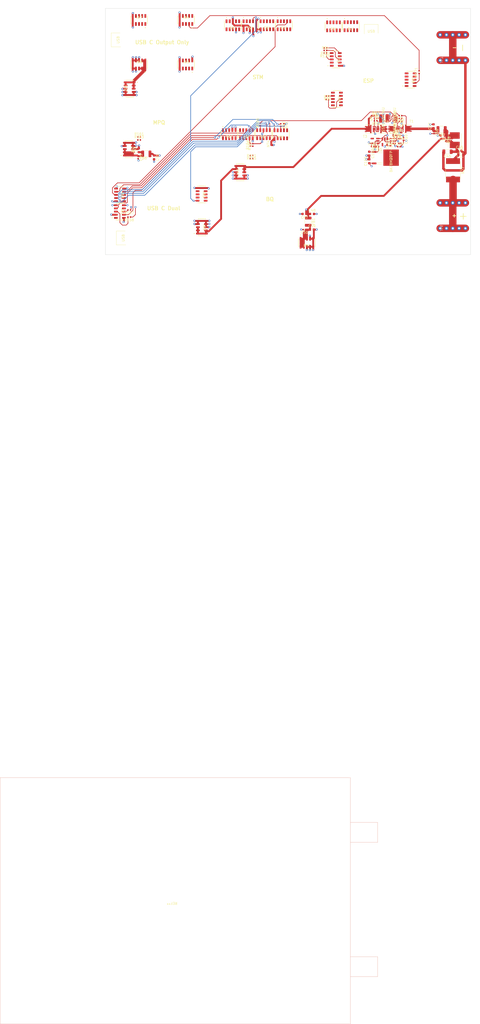
<source format=kicad_pcb>
(kicad_pcb (version 20211014) (generator pcbnew)
  (layers (0 "F.Cu" signal) (1 "In1.Cu" power "GND") (2 "In2.Cu" power "PWR") (31 "B.Cu" signal) (34 "B.Paste" user) (35 "F.Paste" user) (36 "B.SilkS" user "B.Silkscreen") (37 "F.SilkS" user "F.Silkscreen") (38 "B.Mask" user) (39 "F.Mask" user) (44 "Edge.Cuts" user))
  (net 0 "")
  (net 1 "+VDC")
  (net 2 "+BATT")
  (net 3 "GNDA")
  (net 4 "VS")
  (net 5 "VBUS")
  (net 6 "-BATT")
  (net 7 "/Charge & Discharge Control/SCL")
  (net 8 "/Charge & Discharge Control/SDA")
  (net 9 "Net-(C45-Pad1)")
  (net 10 "/Input Filter/VFilterMain")
  (net 11 "GND")
  (net 12 "/USB C Source Only2/SDA")
  (net 13 "/USB C Source Only2/SCL")
  (net 14 "/Input Filter/BAT+")
  (net 15 "+3.3V")
  (net 16 "/20V")
  (net 17 "/BoardPowerSupply/VBoardPower")
  (net 18 "+5V")
  (net 19 "/BoardPowerSupply/VDC")
  (net 20 "/STUSB47x_0/20V")
  (net 21 "/BoardPowerSupply/{slash}DRP")
  (net 22 "Net-(Q22-Pad1)")
  (net 23 "/USB C In-Out Interface/PB11")
  (net 24 "/USB C In-Out Interface/PB10")
  (net 25 "Net-(R91-Pad1)")
  (net 26 "Net-(R91-Pad2)")
  (net 27 "Net-(R95-Pad1)")
  (net 28 "Net-(R95-Pad2)")
  (net 29 "/DRP")
  (net 30 "/USB C In-Out Interface/PA8")
  (net 31 "Net-(Q21-Pad1)")
  (net 32 "/SCL")
  (net 36 "/SDA")
  (net 37 "/SCL_OLED")
  (net 38 "/SDA_OLED")
  (net 39 "/SCL_Reset")
  (net 40 "/Micro_Master/IO22")
  (net 41 "/Micro_Master/IO21")
  (net 42 "/Micro_Master/I36")
  (net 43 "/Micro_Master/I39")
  (net 44 "/Micro_Master/I35")
  (net 45 "/Micro_Master/IO16")
  (net 46 "/Micro_Master/IO4")
  (net 47 "/Micro_Master/IO15")
  (net 48 "/Micro_Master/EN")
  (net 49 "/USB C In-Out Interface/NRST")
  (net 50 "/VBUS_OUT_3")
  (net 51 "/VSense")
  (net 52 "/DM")
  (net 53 "/USB C In-Out Interface/PA13")
  (net 54 "/USB C In-Out Interface/PA14")
  (net 55 "/STUSB160x_1/SCK_1")
  (net 56 "/USB C In-Out Interface/BOOT0")
  (net 57 "/USB C In-Out Interface/STLINK_USART_TX")
  (net 58 "/USB C In-Out Interface/STLINK_USART_RX")
  (net 59 "/USB C In-Out Interface/E5V")
  (net 60 "/USB C In-Out Interface/PC10")
  (net 61 "/USB C In-Out Interface/PC11")
  (net 62 "/USB C In-Out Interface/PC12")
  (net 63 "/USB C In-Out Interface/PD2")
  (net 64 "/Micro_Master/IO12")
  (net 65 "/Micro_Master/IO14")
  (net 66 "/Micro_Master/IO23")
  (net 67 "/Micro_Master/IO13")
  (net 68 "/Micro_Master/TXD0")
  (net 69 "/Micro_Master/RXD0")
  (net 70 "/Micro_Master/IO18")
  (net 71 "/Micro_Master/IO19")
  (net 72 "/Micro_Master/I34")
  (net 73 "/Micro_Master/IO32")
  (net 74 "/Micro_Master/IO25")
  (net 75 "/Micro_Master/IO33")
  (net 76 "/Micro_Master/IO27")
  (net 77 "/Micro_Master/IO26")
  (net 78 "+5VP")
  (net 79 "/Micro_Master/IO17")
  (net 80 "/Micro_Master/IO5")
  (net 81 "/Micro_Master/IO2")
  (net 82 "/Micro_Master/IO0")
  (net 83 "/STUSB160x_1/CS_1")
  (net 84 "/USB C In-Out Interface/PB7")
  (net 85 "/USB C In-Out Interface/PC14")
  (net 86 "/USB C In-Out Interface/PC15")
  (net 87 "/USB C In-Out Interface/PA0")
  (net 88 "/USB C In-Out Interface/PA1")
  (net 89 "/USB C In-Out Interface/PA4")
  (net 90 "/USB C In-Out Interface/PB0")
  (net 91 "/USB C In-Out Interface/PC2")
  (net 92 "/USB C In-Out Interface/PC1")
  (net 93 "/STUSB160x_1/TX_EN_1")
  (net 94 "/USB C In-Out Interface/PC0")
  (net 95 "/USB C In-Out Interface/PC9")
  (net 96 "/USB C In-Out Interface/PC8")
  (net 97 "/USB C In-Out Interface/PB8")
  (net 98 "/USB C In-Out Interface/PC6")
  (net 99 "/USB C In-Out Interface/PB9")
  (net 100 "/USB C In-Out Interface/PC5")
  (net 101 "/USB C In-Out Interface/U5V")
  (net 102 "/ISense")
  (net 103 "/USB C In-Out Interface/CS_0")
  (net 104 "/USB C In-Out Interface/PB6")
  (net 105 "/STUSB160x_1/RESET_1")
  (net 106 "/USB C In-Out Interface/PA9")
  (net 107 "/USB C In-Out Interface/PB2")
  (net 108 "/USB C In-Out Interface/PB1")
  (net 109 "/USB C In-Out Interface/MOSI_0")
  (net 110 "/STUSB160x_1/MISO_1")
  (net 111 "/USB C In-Out Interface/MISO_0")
  (net 112 "/STUSB160x_1/MOSI_1")
  (net 113 "/USB C In-Out Interface/PB13")
  (net 114 "/USB C In-Out Interface/PA10")
  (net 115 "/STUSB160x_1/ALERT_1")
  (net 116 "/STUSB160x_1/AB_SIDE_1")
  (net 117 "/FB_0")
  (net 118 "/USBPowerOut-0/GateDrive_0")
  (net 119 "/STUSB47x_0/SenseDCHG")
  (net 120 "/STUSB160x_1/Addr_1")
  (net 121 "/STUSB160x_1/DP")
  (net 122 "/STUSB160x_1/SCL")
  (net 123 "/STUSB160x_1/SDA")
  (net 124 "/STUSB160x_1/EN_SNK_1")
  (net 125 "/STUSB160x_1/EN_SRC_1")
  (net 126 "Net-(J23-Pad9)")
  (net 127 "Net-(J23-Pad10)")
  (net 128 "Net-(J31-Pad1)")
  (net 129 "Net-(J32-Pad3)")
  (net 130 "Net-(J32-Pad6)")
  (net 131 "Net-(J32-Pad9)")
  (net 132 "Net-(J33-Pad1)")
  (net 133 "Net-(J33-Pad3)")
  (net 134 "Net-(J33-Pad9)")
  (net 135 "Net-(J33-Pad10)")
  (net 136 "Net-(J34-Pad10)")
  (net 137 "Net-(J35-Pad1)")
  (net 138 "Net-(J35-Pad2)")
  (net 139 "Net-(J35-Pad3)")
  (net 140 "Net-(J38-Pad8)")
  (net 141 "Net-(J38-Pad7)")
  (net 142 "Net-(J38-Pad6)")
  (net 143 "Net-(J38-Pad5)")
  (net 144 "Net-(J38-Pad4)")
  (net 145 "Net-(J38-Pad3)")
  (net 146 "Net-(J38-Pad1)")
  (net 147 "Net-(J39-Pad8)")
  (net 148 "Net-(J39-Pad7)")
  (net 149 "Net-(J39-Pad6)")
  (net 150 "Net-(J39-Pad5)")
  (net 151 "Net-(J39-Pad4)")
  (net 152 "Net-(J39-Pad2)")
  (net 153 "Net-(J41-Pad8)")
  (net 154 "Net-(J41-Pad7)")
  (net 155 "Net-(J41-Pad6)")
  (net 156 "Net-(J41-Pad5)")
  (net 157 "Net-(J41-Pad4)")
  (net 158 "Net-(J41-Pad2)")
  (net 159 "Net-(J44-Pad8)")
  (net 160 "Net-(J45-Pad5)")
  (net 161 "Net-(J45-Pad6)")
  (net 162 "Net-(J45-Pad7)")
  (net 163 "Net-(J45-Pad8)")
  (net 165 "/USB C In-Out Interface/VIN")
  (footprint "Transistor_Power_Module:SQS401EN-T1_BE3" (layer "F.Cu") (at 175.009801 93.131051 180)
    (fp_text reference "T4")
    (fp_text value "SQS414CENW-T1_GE3" hide)
  )
  (footprint "Diode_SMD:D_SOD-323" (layer "F.Cu") (at 206.762 103.628)
    (fp_text reference "D1")
    (fp_text value "CDSOD323-T36S")
  )
  (footprint "Connector_Samtec:CLP-105-02-L-D" (layer "F.Cu") (at 156.8745 65.128 -90)
    (fp_text reference "J70")
    (fp_text value "Conn_01x10_Female")
  )
  (footprint "Connector_Samtec:CLP-105-02-L-D" (layer "F.Cu") (at 135.55 51.8765 180)
    (fp_text reference "J52")
    (fp_text value "Conn_01x10_Female")
  )
  (footprint "Resistor_SMD:R_0402_1005Metric" (layer "F.Cu") (at 172.5 87.75)
    (fp_text reference "R93")
    (fp_text value "200k")
  )
  (footprint "Connector_Samtec:CLP-105-02-L-D" (layer "F.Cu") (at 114.976 51.8765 180)
    (fp_text reference "J50")
    (fp_text value "Conn_01x10_Female")
  )
  (footprint "Capacitor_SMD:C_0603_1608Metric" (layer "F.Cu") (at 146.858 127.248)
    (fp_text reference "C48")
    (fp_text value "510pF")
  )
  (footprint "Capacitor_SMD:C_0603_1608Metric" (layer "F.Cu") (at 83.25 104.5 -90)
    (fp_text reference "C91")
    (fp_text value "510pF")
  )
  (footprint "Capacitor_SMD:C_0603_1608Metric" (layer "F.Cu") (at 169.9 106.07105 90)
    (fp_text reference "C155")
    (fp_text value "2.2uF")
  )
  (footprint "Transistor_Power_Module:SQS401EN-T1_BE3" (layer "F.Cu") (at 170.11 93.111051)
    (fp_text reference "T3")
    (fp_text value "SQS414CENW-T1_GE3" hide)
  )
  (footprint "Capacitor_SMD:C_0402_1005Metric" (layer "F.Cu") (at 179.975 95.65)
    (fp_text reference "C164")
    (fp_text value "0.1uF")
  )
  (footprint "Connector_Samtec:CLP-105-02-L-D" (layer "F.Cu") (at 70.0545 119.592 -90)
    (fp_text reference "J62")
    (fp_text value "Conn_01x10_Female")
  )
  (footprint "Resistor_SMD:R_0402_1005Metric" (layer "F.Cu") (at 200.882 97.5 -90)
    (fp_text reference "R28")
    (fp_text value "2.2k")
  )
  (footprint "Connector_Samtec:CLP-105-02-L-D" (layer "F.Cu") (at 77.2 48.8)
    (fp_text reference "J67")
    (fp_text value "Conn_01x10_Female")
  )
  (footprint "Resistor_SMD:R_0402_1005Metric" (layer "F.Cu") (at 152.24 62.5 180)
    (fp_text reference "R123")
    (fp_text value "0")
  )
  (footprint "Resistor_SMD:R_0402_1005Metric" (layer "F.Cu") (at 134.25 91.5 -90)
    (fp_text reference "R42")
    (fp_text value "0")
  )
  (footprint "Connector_Samtec:CLP-105-02-L-D" (layer "F.Cu") (at 128.692 51.8765 180)
    (fp_text reference "J53")
    (fp_text value "Conn_01x10_Female")
  )
  (footprint "Resistor_SMD:R_0402_1005Metric" (layer "F.Cu") (at 189.98 70.25 90)
    (fp_text reference "R171")
    (fp_text value "2k")
  )
  (footprint "Resistor_SMD:R_0402_1005Metric" (layer "F.Cu") (at 172.475 88.75)
    (fp_text reference "R96")
    (fp_text value "20k")
  )
  (footprint "Connector_Samtec:CLP-105-02-L-D" (layer "F.Cu") (at 72.95 76.9 90)
    (fp_text reference "J59")
    (fp_text value "Conn_01x10_Female")
  )
  (footprint "Resistor_SMD:R_0402_1005Metric" (layer "F.Cu") (at 182.475 87.75 180)
    (fp_text reference "R74")
    (fp_text value "20k")
  )
  (footprint "Resistor_SMD:R_0402_1005Metric" (layer "F.Cu") (at 182.475 89.95 180)
    (fp_text reference "R91")
    (fp_text value "200k")
  )
  (footprint "Connector_Samtec:CLP-105-02-L-D" (layer "F.Cu") (at 127.314 95.666 180)
    (fp_text reference "J55")
    (fp_text value "Conn_01x10_Female")
  )
  (footprint "Inductor_SMD:L_TDK_VLS5030EX-D" (layer "F.Cu") (at 204.312 97.628 90)
    (fp_text reference "L2")
    (fp_text value "1.5uH")
  )
  (footprint "Resistor_SMD:R_0402_1005Metric" (layer "F.Cu") (at 73.25 128.5 180)
    (fp_text reference "R168")
    (fp_text value "0")
  )
  (footprint "Transistor_Power_Module:SQS401EN-T1_BE3" (layer "F.Cu") (at 185 93 180)
    (fp_text reference "T1")
    (fp_text value "SQS414CENW-T1_GE3" hide)
  )
  (footprint "Package_TO_SOT_SMD:SOT-23-5" (layer "F.Cu") (at 181.075 97.95)
    (fp_text reference "U18")
    (fp_text value "AP2204K-3.3")
  )
  (footprint "Resistor_SMD:R_0402_1005Metric" (layer "F.Cu") (at 152.25 61.5 180)
    (fp_text reference "R124")
    (fp_text value "0")
  )
  (footprint "Capacitor_SMD:C_0402_1005Metric" (layer "F.Cu") (at 196 94.48 -90)
    (fp_text reference "C58")
    (fp_text value "0.1uF")
  )
  (footprint "Capacitor_SMD:C_0402_1005Metric" (layer "F.Cu") (at 76.85 104.5 -90)
    (fp_text reference "C95")
    (fp_text value "0.1uF")
  )
  (footprint "Connector_Samtec:CLP-105-02-L-D" (layer "F.Cu") (at 103 132.592 -90)
    (fp_text reference "J60")
    (fp_text value "Conn_01x10_Female")
  )
  (footprint "Resistor_SMD:R_0402_1005Metric" (layer "F.Cu") (at 77.26 96.25)
    (fp_text reference "R161")
    (fp_text value "0")
  )
  (footprint "Capacitor_SMD:C_0402_1005Metric" (layer "F.Cu") (at 178.475 99.35 90)
    (fp_text reference "C163")
    (fp_text value "0.1uF")
  )
  (footprint "Connector_Samtec:CLP-105-02-L-D" (layer "F.Cu") (at 120.424 95.668 180)
    (fp_text reference "J57")
    (fp_text value "Conn_01x10_Female")
  )
  (footprint "Capacitor_SMD:C_0603_1608Metric" (layer "F.Cu") (at 195.75 92 90)
    (fp_text reference "C57")
    (fp_text value "510pF")
  )
  (footprint "Capacitor_SMD:C_0402_1005Metric" (layer "F.Cu") (at 181.875 95.65 180)
    (fp_text reference "C166")
    (fp_text value "0.1uF")
  )
  (footprint "Transistor_Power_Module:SQS401EN-T1_BE3" (layer "F.Cu") (at 179.632001 93.011051)
    (fp_text reference "T2")
    (fp_text value "SQS414CENW-T1_GE3" hide)
  )
  (footprint "Connector_Samtec:CLP-105-02-L-D" (layer "F.Cu") (at 96.1 66.6895)
    (fp_text reference "J65")
    (fp_text value "Conn_01x10_Female")
  )
  (footprint "Capacitor_SMD:C_0603_1608Metric" (layer "F.Cu") (at 199.5 95.75 180)
    (fp_text reference "C31")
    (fp_text value "510pF")
  )
  (footprint "Capacitor_SMD:C_0603_1608Metric" (layer "F.Cu") (at 77.1 101.65 90)
    (fp_text reference "C93")
    (fp_text value "510pF")
  )
  (footprint "Connector_Samtec:CLP-105-02-L-D" (layer "F.Cu") (at 113.524 95.668 180)
    (fp_text reference "J56")
    (fp_text value "Conn_01x10_Female")
  )
  (footprint "Resistor_SMD:R_0402_1005Metric" (layer "F.Cu") (at 153.0645 79.86 180)
    (fp_text reference "R90")
    (fp_text value "0")
  )
  (footprint "Connector_Samtec:CLP-105-02-L-D" (layer "F.Cu") (at 77.2 66.6895)
    (fp_text reference "J66")
    (fp_text value "Conn_01x10_Female")
  )
  (footprint "Resistor_SMD:R_0402_1005Metric" (layer "F.Cu") (at 135.5 91.5 -90)
    (fp_text reference "R41")
    (fp_text value "0")
  )
  (footprint "Capacitor_SMD:C_0603_1608Metric" (layer "F.Cu") (at 206.262 101.878)
    (fp_text reference "C46")
    (fp_text value "510pF")
  )
  (footprint "Fuse:Fuse_BelFuse_7.98x5.44mm" (layer "F.Cu") (at 200.712 104.5855 -90)
    (fp_text reference "R27")
    (fp_text value "0ZCF0500FF2A")
  )
  (footprint "Resistor_SMD:R_1210_3225Metric" (layer "F.Cu") (at 145.308 130.348 -90)
    (fp_text reference "FB1")
    (fp_text value "FerriteBead")
  )
  (footprint "Resistor_SMD:R_0402_1005Metric" (layer "F.Cu") (at 152.24 60.5)
    (fp_text reference "R94")
    (fp_text value "0")
  )
  (footprint "Resistor_SMD:R_1210_3225Metric" (layer "F.Cu") (at 199.0375 93.278 180)
    (fp_text reference "FB7")
    (fp_text value "FerriteBead")
  )
  (footprint "Resistor_SMD:R_0402_1005Metric" (layer "F.Cu") (at 122.06 99.5 90)
    (fp_text reference "R164")
    (fp_text value "0")
  )
  (footprint "Connector_Samtec:CLP-105-02-L-D" (layer "F.Cu") (at 162.5 52.25 180)
    (fp_text reference "J70")
    (fp_text value "Conn_01x10_Female")
  )
  (footprint "Package_TO_SOT_THT:BA78M20FP-E2" (layer "F.Cu") (at 178.69395 104.62605 -90)
    (fp_text reference "U7")
    (fp_text value "BA78M20FP-E2")
  )
  (footprint "Resistor_SMD:R_0402_1005Metric" (layer "F.Cu") (at 123 99.51 90)
    (fp_text reference "R165")
    (fp_text value "0")
  )
  (footprint "Package_TO_SOT_SMD:SOT-23-5" (layer "F.Cu") (at 176.175 98.25 -90)
    (fp_text reference "U17")
    (fp_text value "SPX3819M5-L-5-0")
  )
  (footprint "Capacitor_SMD:C_0603_1608Metric" (layer "F.Cu") (at 143.808 127.248 180)
    (fp_text reference "C47")
    (fp_text value "2.2uF")
  )
  (footprint "Capacitor_SMD:C_0402_1005Metric" (layer "F.Cu") (at 143.808 133.548 180)
    (fp_text reference "C50")
    (fp_text value "0.1uF")
  )
  (footprint "Package_DFN_QFN:SSM6K513NU_LF" (layer "F.Cu") (at 174.935 88.89605 90)
    (fp_text reference "Q22")
    (fp_text value "SSM6K513NU")
  )
  (footprint "Capacitor_SMD:C_0402_1005Metric" (layer "F.Cu") (at 183.66595 97.15005 -90)
    (fp_text reference "C169")
    (fp_text value "0.1uF")
  )
  (footprint "Resistor_SMD:R_0402_1005Metric" (layer "F.Cu") (at 182.475 88.85 180)
    (fp_text reference "R92")
    (fp_text value "20k")
  )
  (footprint "Connector_Samtec:CLP-105-02-L-D" (layer "F.Cu") (at 69.9545 126.292 -90)
    (fp_text reference "J61")
    (fp_text value "Conn_01x10_Female")
  )
  (footprint "Capacitor_SMD:C_0402_1005Metric" (layer "F.Cu") (at 178.475 97.45 -90)
    (fp_text reference "C162")
    (fp_text value "0.1uF")
  )
  (footprint "Package_DFN_QFN:SSM6K513NU_LF" (layer "F.Cu") (at 177.535 88.89605 90)
    (fp_text reference "Q8")
    (fp_text value "SSM6K513NU")
  )
  (footprint "Resistor_SMD:R_0402_1005Metric" (layer "F.Cu") (at 122.5 105)
    (fp_text reference "R141")
    (fp_text value "0")
  )
  (footprint "Connector_Samtec:CLP-105-02-L-D" (layer "F.Cu") (at 187.012 73.276 -90)
    (fp_text reference "J68")
    (fp_text value "Conn_01x10_Female")
  )
  (footprint "Capacitor_SMD:C_0603_1608Metric" (layer "F.Cu") (at 169.9 102.99605 -90)
    (fp_text reference "C153")
    (fp_text value "2.2uF")
  )
  (footprint "Resistor_SMD:R_1210_3225Metric" (layer "F.Cu") (at 80.15 103.1 180)
    (fp_text reference "FB6")
    (fp_text value "FerriteBead")
  )
  (footprint "Resistor_SMD:R_0402_1005Metric" (layer "F.Cu") (at 73.25 125.652 180)
    (fp_text reference "R167")
    (fp_text value "0")
  )
  (footprint "Connector_Samtec:CLP-105-02-L-D" (layer "F.Cu") (at 157.3425 81.034 -90)
    (fp_text reference "J69")
    (fp_text value "Conn_01x10_Female")
  )
  (footprint "Resistor_SMD:R_0402_1005Metric" (layer "F.Cu") (at 122.5 103.75 180)
    (fp_text reference "R125")
    (fp_text value "0")
  )
  (footprint "Resistor_SMD:R_0402_1005Metric" (layer "F.Cu") (at 126 91.26 -90)
    (fp_text reference "R166")
    (fp_text value "0")
  )
  (footprint "Package_TO_SOT_SMD:SOT-23-5" (layer "F.Cu") (at 172.235 97.89605 180)
    (fp_text reference "U19")
    (fp_text value "SPX3819M5-L-5-0")
  )
  (footprint "Connector_Samtec:CLP-105-02-L-D" (layer "F.Cu") (at 121.834 51.8765 180)
    (fp_text reference "J51")
    (fp_text value "Conn_01x10_Female")
  )
  (footprint "Connector_Samtec:CLP-105-02-L-D" (layer "F.Cu") (at 102.87 119.38 -90)
    (fp_text reference "J63")
    (fp_text value "Conn_01x10_Female")
  )
  (footprint "Resistor_SMD:R_0402_1005Metric" (layer "F.Cu") (at 172.475 89.75 180)
    (fp_text reference "R95")
    (fp_text value "200k")
  )
  (footprint "Package_DFN_QFN:SSM6K513NU_LF" (layer "F.Cu") (at 180.105 88.89605 -90)
    (fp_text reference "Q21")
    (fp_text value "SSM6K513NU")
  )
  (footprint "Capacitor_SMD:C_0402_1005Metric" (layer "F.Cu") (at 173.175 100.15 180)
    (fp_text reference "C165")
    (fp_text value "0.1uF")
  )
  (footprint "Resistor_SMD:R_0402_1005Metric" (layer "F.Cu") (at 77.24 97.5)
    (fp_text reference "R163")
    (fp_text value "0")
  )
  (footprint "Capacitor_SMD:C_0402_1005Metric" (layer "F.Cu") (at 181.85995 100.20405)
    (fp_text reference "C159")
    (fp_text value "0.1uF")
  )
  (footprint "Connector_Samtec:CLP-105-02-L-D" (layer "F.Cu") (at 117.5 110.5 90)
    (fp_text reference "J49")
    (fp_text value "Conn_01x10_Female")
  )
  (footprint "Capacitor_SMD:C_0603_1608Metric" (layer "F.Cu") (at 146.808 133.548)
    (fp_text reference "C49")
    (fp_text value "510pF")
  )
  (footprint "Connector_Samtec:CLP-105-02-L-D" (layer "F.Cu") (at 155.5 52.3105 180)
    (fp_text reference "J52")
    (fp_text value "Conn_01x10_Female")
  )
  (footprint "NetTie:NetTie-2_SMD_Pad0.5mm" (layer "F.Cu") (at 130.47 99.072 90)
    (fp_text reference "NT4")
    (fp_text value "Mechanical-NetTie_2")
  )
  (footprint "Connector_Samtec:CLP-105-02-L-D" (layer "F.Cu") (at 144.808 139.3085 180)
    (fp_text reference "J48")
    (fp_text value "Conn_01x10_Female")
  )
  (footprint "Connector_Samtec:CLP-105-02-L-D" (layer "F.Cu") (at 73.5605 101.2 -90)
    (fp_text reference "J58")
    (fp_text value "Conn_01x10_Female")
  )
  (footprint "Resistor_SMD:R_0402_1005Metric" (layer "F.Cu") (at 153 81.25)
    (fp_text reference "R35")
    (fp_text value "0")
  )
  (footprint "Connector_Samtec:CLP-105-02-L-D" (layer "F.Cu") (at 134.28 95.7145 180)
    (fp_text reference "J54")
    (fp_text value "Conn_01x10_Female")
  )
  (footprint "Connector_Samtec:CLP-105-02-L-D" (layer "F.Cu") (at 96.1 48.7895)
    (fp_text reference "J64")
    (fp_text value "Conn_01x10_Female")
  )
  (footprint "Capacitor_SMD:C_0402_1005Metric" (layer "F.Cu") (at 171.275 100.15)
    (fp_text reference "C167")
    (fp_text value "0.1uF")
  )
  (footprint "Capacitor_SMD:C_1206_3216Metric" (layer "F.Cu") (at 201.412 102.228 180)
    (fp_text reference "C45")
    (fp_text value "10uF")
  )
  (footprint "TerminalBlock_Wuerth:7461106_WuerthTB" (layer "B.Cu") (at 198.444 132.954 90)
    (fp_text reference "J46")
    (fp_text value "Conn_01x01_Female")
  )
  (footprint "TerminalBlock_Wuerth:7461106_WuerthTB" (layer "B.Cu") (at 198.444 65.404 90)
    (fp_text reference "J47")
    (fp_text value "Conn_01x01_Female")
  )
  (footprint "Battery:27AhPrismatic_100x142x22" (layer "B.Cu") (at 91.282 403.852)
    (fp_text reference "REF**")
    (fp_text value "27AhPrismatic_100x142x22")
  )
  (gr_line (start 68.072 134.112) (end 71.628 134.112) (layer "F.SilkS") (width 0.12))
  (gr_line (start 68.072 139.7) (end 68.072 134.112) (layer "F.SilkS") (width 0.12))
  (gr_line (start 66 54.5) (end 69.556 54.5) (layer "F.SilkS") (width 0.12))
  (gr_line (start 167.894 54.864) (end 167.894 51.054) (layer "F.SilkS") (width 0.12))
  (gr_line (start 173.482 51.054) (end 173.482 54.61) (layer "F.SilkS") (width 0.12))
  (gr_line (start 71.882 139.7) (end 68.072 139.7) (layer "F.SilkS") (width 0.12))
  (gr_line (start 69.81 60.088) (end 66 60.088) (layer "F.SilkS") (width 0.12))
  (gr_line (start 167.894 51.054) (end 173.482 51.054) (layer "F.SilkS") (width 0.12))
  (gr_line (start 66 60.088) (end 66 54.5) (layer "F.SilkS") (width 0.12))
  (gr_line (start 210.674 143.614) (end 210.674 44.614) (layer "Edge.Cuts") (width 0.1))
  (gr_line (start 63.674 44.614) (end 63.674 143.614) (layer "Edge.Cuts") (width 0.1))
  (gr_line (start 63.674 143.614) (end 210.674 143.614) (layer "Edge.Cuts") (width 0.1))
  (gr_line (start 210.674 44.614) (end 63.674 44.614) (layer "Edge.Cuts") (width 0.1))
  (gr_text "-" (at 204.224 60.314) (layer "F.SilkS") (effects (font (size 1.5 1.5) (thickness 0.3))))
  (gr_text "BQ" (at 129.878 121.324) (layer "F.SilkS") (effects (font (size 1.5 1.5) (thickness 0.3))))
  (gr_text "USB C Dual" (at 87.122 124.968) (layer "F.SilkS") (effects (font (size 1.5 1.5) (thickness 0.3))))
  (gr_text "USB C Output Only\n" (at 86.5 58.25) (layer "F.SilkS") (effects (font (size 1.5 1.5) (thickness 0.3))))
  (gr_text "USB\n" (at 170.688 53.848) (layer "F.SilkS") (effects (font (size 1 1))))
  (gr_text "USB\n" (at 70.866 136.906 90) (layer "F.SilkS") (effects (font (size 1 1))))
  (gr_text "+" (at 207.75 128) (layer "F.SilkS") (effects (font (size 3 3) (thickness 0.3))))
  (gr_text "STM" (at 125.124 72.268) (layer "F.SilkS") (effects (font (size 1.5 1.5) (thickness 0.3))))
  (gr_text "-" (at 207.25 60.5 90) (layer "F.SilkS") (effects (font (size 3 3) (thickness 0.3))))
  (gr_text "MPQ" (at 85.25 90.5) (layer "F.SilkS") (effects (font (size 1.5 1.5) (thickness 0.3))))
  (gr_text "USB\n" (at 68.794 57.294 90) (layer "F.SilkS") (effects (font (size 1 1))))
  (gr_text "+" (at 204.124 127.864) (layer "F.SilkS") (effects (font (size 1.5 1.5) (thickness 0.3))))
  (gr_text "ESP\n" (at 169.5825 73.734) (layer "F.SilkS") (effects (font (size 1.5 1.5) (thickness 0.3))))
  (segment (start 71.4705 103.74) (end 74.7005 103.74) (width 0.75) (layer "F.Cu") (net 1))
  (segment (start 74.7005 103.2005) (end 74.7005 102.7995) (width 0.75) (layer "F.Cu") (net 1))
  (segment (start 72.25 103.25) (end 74.651 103.25) (width 0.75) (layer "F.Cu") (net 1))
  (segment (start 77.175 102.425) (end 77.1 102.425) (width 0.75) (layer "F.Cu") (net 1))
  (segment (start 76.57 103.74) (end 76.85 104.02) (width 0.75) (layer "F.Cu") (net 1))
  (segment (start 72.7005 102.7995) (end 74.7005 102.7995) (width 0.75) (layer "F.Cu") (net 1))
  (segment (start 71.4705 102.4705) (end 72.25 103.25) (width 0.75) (layer "F.Cu") (net 1))
  (segment (start 71.4705 102.47) (end 71.4705 103.74) (width 0.75) (layer "F.Cu") (net 1))
  (segment (start 72.25 103.25) (end 72.7005 102.7995) (width 0.75) (layer "F.Cu") (net 1))
  (segment (start 74.7005 103.74) (end 74.7005 103.2005) (width 0.75) (layer "F.Cu") (net 1))
  (segment (start 74.7005 103.74) (end 76.57 103.74) (width 0.75) (layer "F.Cu") (net 1))
  (segment (start 77.7675 104.02) (end 78.6875 103.1) (width 0.75) (layer "F.Cu") (net 1))
  (segment (start 77.1 102.425) (end 78.0125 102.425) (width 0.75) (layer "F.Cu") (net 1))
  (segment (start 76.85 104.02) (end 77.7675 104.02) (width 0.75) (layer "F.Cu") (net 1))
  (segment (start 71.4705 102.47) (end 71.4705 102.4705) (width 0.75) (layer "F.Cu") (net 1))
  (segment (start 74.7005 102.7995) (end 74.7005 102.47) (width 0.75) (layer "F.Cu") (net 1))
  (segment (start 71.4705 101.2) (end 71.4705 102.47) (width 0.75) (layer "F.Cu") (net 1))
  (segment (start 71.4705 102.47) (end 74.7005 102.47) (width 0.75) (layer "F.Cu") (net 1))
  (segment (start 74.651 103.25) (end 74.7005 103.2005) (width 0.75) (layer "F.Cu") (net 1))
  (segment (start 78.0125 102.425) (end 78.6875 103.1) (width 0.75) (layer "F.Cu") (net 1))
  (segment (start 142.268 137.2185) (end 142.268 139.018) (width 0.75) (layer "F.Cu") (net 2))
  (segment (start 143.538 137.2185) (end 143.538 137.748) (width 0.75) (layer "F.Cu") (net 2))
  (segment (start 146.033 133.548) (end 145.452 133.548) (width 0.75) (layer "F.Cu") (net 2))
  (segment (start 143.538 137.2185) (end 143.538 138.788) (width 0.75) (layer "F.Cu") (net 2))
  (segment (start 142.268 137.2185) (end 142.268 137.268) (width 0.75) (layer "F.Cu") (net 2))
  (segment (start 143.538 134.712) (end 144.702 133.548) (width 0.75) (layer "F.Cu") (net 2))
  (segment (start 143.538 137.748) (end 143.143 138.143) (width 0.75) (layer "F.Cu") (net 2))
  (segment (start 142.268 139.018) (end 142.268 140.4485) (width 0.75) (layer "F.Cu") (net 2))
  (segment (start 142.268 140.058) (end 142.788 139.538) (width 0.75) (layer "F.Cu") (net 2))
  (segment (start 142.268 140.4485) (end 142.268 140.058) (width 0.75) (layer "F.Cu") (net 2))
  (segment (start 144.808 134.192) (end 144.808 133.654) (width 0.75) (layer "F.Cu") (net 2))
  (segment (start 144.288 133.548) (end 144.702 133.548) (width 0.75) (layer "F.Cu") (net 2))
  (segment (start 144.2185 137.2185) (end 144.808 137.2185) (width 0.75) (layer "F.Cu") (net 2))
  (segment (start 142.788 139.538) (end 143.538 138.788) (width 0.75) (layer "F.Cu") (net 2))
  (segment (start 144.2185 137.2185) (end 144.2185 134.7815) (width 0.75) (layer "F.Cu") (net 2))
  (segment (start 143.143 138.143) (end 142.268 139.018) (width 0.75) (layer "F.Cu") (net 2))
  (segment (start 144.808 133.654) (end 144.808 137.2185) (width 0.75) (layer "F.Cu") (net 2))
  (segment (start 144.702 133.548) (end 146.033 133.548) (width 0.75) (layer "F.Cu") (net 2))
  (segment (start 142.788 139.538) (end 143.25 140) (width 0.75) (layer "F.Cu") (net 2))
  (segment (start 144.2185 134.7815) (end 144.808 134.192) (width 0.75) (layer "F.Cu") (net 2))
  (segment (start 144.702 133.548) (end 144.808 133.654) (width 0.75) (layer "F.Cu") (net 2))
  (segment (start 146.033 132.5355) (end 145.308 131.8105) (width 0.75) (layer "F.Cu") (net 2))
  (segment (start 143.538 138.788) (end 143.538 140.4485) (width 0.75) (layer "F.Cu") (net 2))
  (segment (start 143.538 137.2185) (end 143.538 134.712) (width 0.75) (layer "F.Cu") (net 2))
  (segment (start 142.268 137.2185) (end 144.2185 137.2185) (width 0.75) (layer "F.Cu") (net 2))
  (segment (start 145.452 133.548) (end 144.808 134.192) (width 0.75) (layer "F.Cu") (net 2))
  (segment (start 146.033 133.548) (end 146.033 132.5355) (width 0.75) (layer "F.Cu") (net 2))
  (segment (start 142.268 140.4485) (end 143.538 140.4485) (width 0.75) (layer "F.Cu") (net 2))
  (segment (start 142.268 137.268) (end 143.143 138.143) (width 0.75) (layer "F.Cu") (net 2))
  (segment (start 77.2 68.7795) (end 79.2795 68.7795) (width 0.75) (layer "F.Cu") (net 4))
  (segment (start 79.2795 68.7795) (end 79.74 68.7795) (width 0.75) (layer "F.Cu") (net 4))
  (segment (start 79.2795 69.2205) (end 79.2795 68.7795) (width 0.75) (layer "F.Cu") (net 4))
  (segment (start 71.81 74.36) (end 75.04 74.36) (width 0.75) (layer "F.Cu") (net 4))
  (segment (start 75.04 73.46) (end 79.2795 69.2205) (width 0.75) (layer "F.Cu") (net 4))
  (segment (start 75.04 74.21) (end 79.74 69.51) (width 0.75) (layer "F.Cu") (net 4))
  (segment (start 78.7205 68.7795) (end 78.47 68.7795) (width 0.75) (layer "F.Cu") (net 4))
  (segment (start 78.7995 65.5495) (end 79.25 66) (width 0.75) (layer "F.Cu") (net 4))
  (segment (start 75.04 74.36) (end 75.04 73.46) (width 0.75) (layer "F.Cu") (net 4))
  (segment (start 71.81 75.63) (end 71.81 74.36) (width 0.75) (layer "F.Cu") (net 4))
  (segment (start 75.04 74.36) (end 75.04 74.21) (width 0.75) (layer "F.Cu") (net 4))
  (segment (start 79.74 69.51) (end 79.74 68.7795) (width 0.75) (layer "F.Cu") (net 4))
  (segment (start 79.25 66) (end 79.25 68.25) (width 0.75) (layer "F.Cu") (net 4))
  (segment (start 78.47 65.5495) (end 79.74 65.5495) (width 0.75) (layer "F.Cu") (net 4))
  (segment (start 75.04 76.9) (end 75.04 74.36) (width 0.75) (layer "F.Cu") (net 4))
  (segment (start 78.47 65.5495) (end 78.7995 65.5495) (width 0.75) (layer "F.Cu") (net 4))
  (segment (start 79.74 65.5495) (end 79.74 68.7795) (width 0.75) (layer "F.Cu") (net 4))
  (segment (start 79.25 68.25) (end 78.7205 68.7795) (width 0.75) (layer "F.Cu") (net 4))
  (segment (start 110.25 129.237) (end 105.237 134.25) (width 0.75) (layer "F.Cu") (net 5))
  (segment (start 171 87.75) (end 169.722001 89.027999) (width 0.75) (layer "F.Cu") (net 5))
  (segment (start 154.75 93) (end 169.378949 93) (width 0.75) (layer "F.Cu") (net 5))
  (segment (start 104.14 133.862) (end 104.14 134.39) (width 0.75) (layer "F.Cu") (net 5))
  (segment (start 169.722001 89.027999) (end 169.722001 93.121051) (width 0.75) (layer "F.Cu") (net 5))
  (segment (start 116.36 109.23) (end 114.875 109.23) (width 0.75) (layer "F.Cu") (net 5))
  (segment (start 171.99 87.75) (end 171 87.75) (width 0.75) (layer "F.Cu") (net 5))
  (segment (start 104.28 134.25) (end 104.14 134.39) (width 0.75) (layer "F.Cu") (net 5))
  (segment (start 105.237 134.25) (end 104.28 134.25) (width 0.75) (layer "F.Cu") (net 5))
  (segment (start 110.25 113.855) (end 110.25 129.237) (width 0.75) (layer "F.Cu") (net 5))
  (segment (start 119.59 107.96) (end 119.59 108.41) (width 0.75) (layer "F.Cu") (net 5))
  (segment (start 119.59 108.41) (end 139.34 108.41) (width 0.75) (layer "F.Cu") (net 5))
  (segment (start 139.34 108.41) (end 154.75 93) (width 0.75) (layer "F.Cu") (net 5))
  (segment (start 116.36 109.23) (end 116.36 107.96) (width 0.75) (layer "F.Cu") (net 5))
  (segment (start 114.875 109.23) (end 110.25 113.855) (width 0.75) (layer "F.Cu") (net 5))
  (segment (start 100.91 132.592) (end 100.91 135.132) (width 0.75) (layer "F.Cu") (net 5))
  (segment (start 104.14 134.39) (end 104.14 135.132) (width 0.75) (layer "F.Cu") (net 5))
  (segment (start 116.36 107.96) (end 119.59 107.96) (width 0.75) (layer "F.Cu") (net 5))
  (segment (start 119.59 108.41) (end 119.59 110.5) (width 0.75) (layer "F.Cu") (net 5))
  (segment (start 169.378949 93) (end 169.5 93.121051) (width 0.75) (layer "F.Cu") (net 5))
  (segment (start 100.91 135.132) (end 104.14 135.132) (width 0.75) (layer "F.Cu") (net 5))
  (segment (start 199.75 102.415) (end 199.937 102.228) (width 1) (layer "F.Cu") (net 6))
  (segment (start 198.444 65.484) (end 208.604 65.484) (width 3) (layer "F.Cu") (net 6))
  (segment (start 203.524 55.244) (end 203.524 65.484) (width 3) (layer "F.Cu") (net 6))
  (segment (start 207.812 103.628) (end 207.812 102.653) (width 1) (layer "F.Cu") (net 6))
  (segment (start 200.5 109.75) (end 199.75 109) (width 1) (layer "F.Cu") (net 6))
  (segment (start 207.037 101.878) (end 207.812 102.653) (width 1) (layer "F.Cu") (net 6))
  (segment (start 207.25 109.75) (end 200.5 109.75) (width 1) (layer "F.Cu") (net 6))
  (segment (start 208.604 102.836) (end 207.812 103.628) (width 1) (layer "F.Cu") (net 6))
  (segment (start 199.75 109) (end 199.75 102.415) (width 1) (layer "F.Cu") (net 6))
  (segment (start 207.812 103.628) (end 207.812 109.188) (width 1) (layer "F.Cu") (net 6))
  (segment (start 198.444 55.244) (end 208.604 55.244) (width 3) (layer "F.Cu") (net 6))
  (segment (start 207.812 109.188) (end 207.25 109.75) (width 1) (layer "F.Cu") (net 6))
  (segment (start 208.604 65.484) (end 208.604 102.836) (width 1) (layer "F.Cu") (net 6))
  (segment (start 203.632 105.708) (end 205.712 103.628) (width 1) (layer "F.Cu") (net 9))
  (segment (start 202.887 102.228) (end 205.137 102.228) (width 1) (layer "F.Cu") (net 9))
  (segment (start 205.137 102.228) (end 205.137 100.353) (width 1) (layer "F.Cu") (net 9))
  (segment (start 205.137 100.353) (end 204.312 99.528) (width 1) (layer "F.Cu") (net 9))
  (segment (start 200.882 98.01) (end 202.794 98.01) (width 1) (layer "F.Cu") (net 9))
  (segment (start 205.712 103.628) (end 205.712 102.103) (width 1) (layer "F.Cu") (net 9))
  (segment (start 205.712 102.103) (end 205.487 101.878) (width 1) (layer "F.Cu") (net 9))
  (segment (start 203.632 105.9955) (end 203.632 105.708) (width 1) (layer "F.Cu") (net 9))
  (segment (start 202.794 98.01) (end 204.312 99.528) (width 1) (layer "F.Cu") (net 9))
  (segment (start 205.137 102.228) (end 205.487 101.878) (width 1) (layer "F.Cu") (net 9))
  (segment (start 201.25 96.5) (end 201 96.75) (width 1) (layer "F.Cu") (net 10))
  (segment (start 145.25 127.5) (end 144.998 127.248) (width 0.75) (layer "F.Cu") (net 10))
  (segment (start 201.25 94.028) (end 201.25 96.5) (width 1) (layer "F.Cu") (net 10))
  (segment (start 85.5 103.75) (end 85.475 103.725) (width 0.75) (layer "F.Cu") (net 10))
  (segment (start 145.308 127.558) (end 145.25 127.5) (width 0.75) (layer "F.Cu") (net 10))
  (segment (start 145.25 127.5) (end 145.25 125.25) (width 0.75) (layer "F.Cu") (net 10))
  (segment (start 198.815 96.935) (end 200.882 96.935) (width 0.75) (layer "F.Cu") (net 10))
  (segment (start 144.583 127.191629) (end 144.5 127.108629) (width 0.75) (layer "F.Cu") (net 10))
  (segment (start 200.275 95.75) (end 200.275 93.503) (width 1) (layer "F.Cu") (net 10))
  (segment (start 201 96.75) (end 203.29 96.75) (width 1) (layer "F.Cu") (net 10))
  (segment (start 204.29 95.75) (end 204.312 95.728) (width 1) (layer "F.Cu") (net 10))
  (segment (start 200.275 95.75) (end 204.29 95.75) (width 1) (layer "F.Cu") (net 10))
  (segment (start 81.6125 103.1) (end 82.625 103.1) (width 0.75) (layer "F.Cu") (net 10))
  (segment (start 82.625 103.1) (end 83.25 103.725) (width 0.75) (layer "F.Cu") (net 10))
  (segment (start 144.583 127.248) (end 144.583 127.191629) (width 0.75) (layer "F.Cu") (net 10))
  (segment (start 200.5 93.278) (end 201.25 94.028) (width 1) (layer "F.Cu") (net 10))
  (segment (start 145.308 128.8855) (end 145.308 127.558) (width 0.75) (layer "F.Cu") (net 10))
  (segment (start 144.5 127.108629) (end 144.5 125.5) (width 0.75) (layer "F.Cu") (net 10))
  (segment (start 145.25 125.25) (end 150.5 120) (width 0.75) (layer "F.Cu") (net 10))
  (segment (start 83.25 103.725) (end 85.475 103.725) (width 0.75) (layer "F.Cu") (net 10))
  (segment (start 175.75 120) (end 198.815 96.935) (width 0.75) (layer "F.Cu") (net 10))
  (segment (start 144.998 127.248) (end 146.083 127.248) (width 0.75) (layer "F.Cu") (net 10))
  (segment (start 200.275 93.503) (end 200.5 93.278) (width 1) (layer "F.Cu") (net 10))
  (segment (start 203.29 96.75) (end 204.312 95.728) (width 1) (layer "F.Cu") (net 10))
  (segment (start 150.5 120) (end 175.75 120) (width 0.75) (layer "F.Cu") (net 10))
  (segment (start 144.583 127.248) (end 144.998 127.248) (width 0.75) (layer "F.Cu") (net 10))
  (via (at 85.5 103.75) (size 0.8) (drill 0.4) (layers "F.Cu" "B.Cu") (net 10))
  (via (at 144.5 125.5) (size 0.8) (drill 0.4) (layers "F.Cu" "B.Cu") (net 10))
  (segment (start 116.36 111.77) (end 116.36 113.04) (width 0.75) (layer "F.Cu") (net 11))
  (segment (start 178.475 97.93) (end 179.9175 97.93) (width 0.3) (layer "F.Cu") (net 11))
  (segment (start 120.98 111.77) (end 121 111.75) (width 0.75) (layer "F.Cu") (net 11))
  (segment (start 75.04 78.17) (end 76.17 78.17) (width 0.75) (layer "F.Cu") (net 11))
  (segment (start 148.702 133.548) (end 148.75 133.5) (width 0.75) (layer "F.Cu") (net 11))
  (segment (start 146.078 141.672) (end 146 141.75) (width 0.75) (layer "F.Cu") (net 11))
  (segment (start 180.55 97.95) (end 181 97.5) (width 0.3) (layer "F.Cu") (net 11))
  (segment (start 116.246 54.246) (end 116.25 54.25) (width 0.3) (layer "F.Cu") (net 11))
  (segment (start 146.078 137.2185) (end 146.9475 137.2185) (width 0.75) (layer "F.Cu") (net 11))
  (segment (start 178.184999 87.88245) (end 178.184999 87.065001) (width 0.3) (layer "F.Cu") (net 11))
  (segment (start 74.7005 99.93) (end 75.82 99.93) (width 0.75) (layer "F.Cu") (net 11))
  (segment (start 146.078 137.2185) (end 146.7185 137.2185) (width 0.75) (layer "F.Cu") (net 11))
  (segment (start 93.56 69.94) (end 93.5 70) (width 0.75) (layer "F.Cu") (net 11))
  (segment (start 147.3165 137.25) (end 147.348 137.2185) (width 0.75) (layer "F.Cu") (net 11))
  (segment (start 115.04 113.04) (end 115 113) (width 0.75) (layer "F.Cu") (net 11))
  (segment (start 122.964 96.808) (end 122.964 97.964) (width 0.75) (layer "F.Cu") (net 11))
  (segment (start 93.56 64.31) (end 93.5 64.25) (width 0.75) (layer "F.Cu") (net 11))
  (segment (start 105.09 116.84) (end 105.25 117) (width 0.75) (layer "F.Cu") (net 11))
  (segment (start 72.198 117.052) (end 72.5 116.75) (width 0.3) (layer "F.Cu") (net 11))
  (segment (start 194.54 94.96) (end 194.5 95) (width 0.3) (layer "F.Cu") (net 11))
  (segment (start 71.81 76.9) (end 70.6 76.9) (width 0.75) (layer "F.Cu") (net 11))
  (segment (start 72.498 123.752) (end 72.5 123.75) (width 0.3) (layer "F.Cu") (net 11))
  (segment (start 74.66 69.91) (end 74.75 70) (width 0.75) (layer "F.Cu") (net 11))
  (segment (start 71.81 76.9) (end 71.81 79.44) (width 0.75) (layer "F.Cu") (net 11))
  (segment (start 71.81 78.17) (end 70.58 78.17) (width 0.75) (layer "F.Cu") (net 11))
  (segment (start 75.84 98.66) (end 76 98.5) (width 0.75) (layer "F.Cu") (net 11))
  (segment (start 116.36 111.77) (end 115.02 111.77) (width 0.75) (layer "F.Cu") (net 11))
  (segment (start 179.455001 90.369999) (end 179.455001 89.90965) (width 0.25) (layer "F.Cu") (net 11))
  (segment (start 70.56 79.44) (end 70.5 79.5) (width 0.75) (layer "F.Cu") (net 11))
  (segment (start 116.36 110.5) (end 115 110.5) (width 0.75) (layer "F.Cu") (net 11))
  (segment (start 76.17 78.17) (end 76.25 78.25) (width 0.75) (layer "F.Cu") (net 11))
  (segment (start 100.91 130.052) (end 104.14 130.052) (width 0.75) (layer "F.Cu") (net 11))
  (segment (start 126.152 54.152) (end 126.25 54.25) (width 0.75) (layer "F.Cu") (net 11))
  (segment (start 144.808 141.692) (end 144.75 141.75) (width 0.75) (layer "F.Cu") (net 11))
  (segment (start 74.7005 98.66) (end 74.7005 101.2) (width 0.75) (layer "F.Cu") (net 11))
  (segment (start 100.78 116.84) (end 99.59 116.84) (width 0.75) (layer "F.Cu") (net 11))
  (segment (start 93.56 65.5495) (end 93.56 68.7795) (width 0.75) (layer "F.Cu") (net 11))
  (segment (start 131.74 98.24) (end 131.75 98.25) (width 0.75) (layer "F.Cu") (net 11))
  (segment (start 130.47 98.1245) (end 131.74 96.8545) (width 0.75) (layer "F.Cu") (net 11))
  (segment (start 178.155 98.25) (end 178.475 97.93) (width 0.3) (layer "F.Cu") (net 11))
  (segment (start 71.81 79.44) (end 70.56 79.44) (width 0.75) (layer "F.Cu") (net 11))
  (segment (start 70.58 78.17) (end 70.5 78.25) (width 0.75) (layer "F.Cu") (net 11))
  (segment (start 74.66 65.5495) (end 74.66 68.7795) (width 0.75) (layer "F.Cu") (net 11))
  (segment (start 179.175 90.65) (end 179.455001 90.369999) (width 0.25) (layer "F.Cu") (net 11))
  (segment (start 75.04 78.17) (end 75.04 79.44) (width 0.75) (layer "F.Cu") (net 11))
  (segment (start 116.246 53.0165) (end 116.246 54.246) (width 0.3) (layer "F.Cu") (net 11))
  (segment (start 71.4705 98.66) (end 71.4705 99.93) (width 0.75) (layer "F.Cu") (net 11))
  (segment (start 172.4 100.15) (end 172.695 100.15) (width 0.75) (layer "F.Cu") (net 11))
  (segment (start 142.002 127.248) (end 142 127.25) (width 0.3) (layer "F.Cu") (net 11))
  (segment (start 175.575 87.892449) (end 175.584999 87.88245) (width 0.3) (layer "F.Cu") (net 11))
  (segment (start 147.633 127.248) (end 148.748 127.248) (width 0.3) (layer "F.Cu") (net 11))
  (segment (start 93.56 46.31) (end 93.5 46.25) (width 0.75) (layer "F.Cu") (net 11))
  (segment (start 175.575 88.90605) (end 175.575 87.892449) (width 0.3) (layer "F.Cu") (net 11))
  (segment (start 76.775 101.2) (end 77.1 100.875) (width 0.75) (layer "F.Cu") (net 11))
  (segment (start 130.47 99.572) (end 130.47 98.572) (width 0.75) (layer "F.Cu") (net 11))
  (segment (start 124.374 53.0165) (end 124.374 53.624) (width 0.75) (layer "F.Cu") (net 11))
  (segment (start 75.93 69.93) (end 76 70) (width 0.75) (layer "F.Cu") (net 11))
  (segment (start 77.2 65.5495) (end 77.2 64.3) (width 0.75) (layer "F.Cu") (net 11))
  (segment (start 181 96.045) (end 181.395 95.65) (width 0.3) (layer "F.Cu") (net 11))
  (segment (start 77.1 100.875) (end 77.1 99.9) (width 0.75) (layer "F.Cu") (net 11))
  (segment (start 175.584999 87.88245) (end 175.584999 87.165001) (width 0.3) (layer "F.Cu") (net 11))
  (segment (start 176.175 97.1125) (end 176.175 97.925) (width 0.3) (layer "F.Cu") (net 11))
  (segment (start 104.01 116.84) (end 105.09 116.84) (width 0.75) (layer "F.Cu") (net 11))
  (segment (start 119.59 111.77) (end 120.98 111.77) (width 0.75) (layer "F.Cu") (net 11))
  (segment (start 104.14 130.052) (end 105.448 130.052) (width 0.75) (layer "F.Cu") (net 11))
  (segment (start 172.4 100.15) (end 172.4 101.1) (width 0.3) (layer "F.Cu") (net 11))
  (segment (start 119.59 111.77) (end 119.59 113.04) (width 0.75) (layer "F.Cu") (net 11))
  (segment (start 76.85 104.98) (end 76.85 105.6) (width 0.3) (layer "F.Cu") (net 11))
  (segment (start 179.465 89.899651) (end 179.455001 89.90965) (width 0.25) (layer "F.Cu") (net 11))
  (segment (start 74.66 46.59) (end 74.75 46.5) (width 0.75) (layer "F.Cu") (net 11))
  (segment (start 119.59 113.04) (end 120.96 113.04) (width 0.75) (layer "F.Cu") (net 11))
  (segment (start 99.572 131.322) (end 99.5 131.25) (width 0.75) (layer "F.Cu") (net 11))
  (segment (start 124.374 49.626) (end 125.25 48.75) (width 0.75) (layer "F.Cu") (net 11))
  (segment (start 183.66595 98.87805) (end 183.66595 97.63005) (width 0.3) (layer "F.Cu") (net 11))
  (segment (start 184.63005 97.63005) (end 184.75 97.75) (width 0.3) (layer "F.Cu") (net 11))
  (segment (start 179.9375 97.95) (end 180.55 97.95) (width 0.3) (layer "F.Cu") (net 11))
  (segment (start 146.078 140.4485) (end 146.078 141.672) (width 0.75) (layer "F.Cu") (net 11))
  (segment (start 75.93 64.32) (end 76 64.25) (width 0.75) (layer "F.Cu") (net 11))
  (segment (start 124.374 53.624) (end 125 54.25) (width 0.75) (layer "F.Cu") (net 11))
  (segment (start 74.66 65.5495) (end 74.66 64.34) (width 0.75) (layer "F.Cu") (net 11))
  (segment (start 146.078 137.2185) (end 146.078 136.078) (width 0.75) (layer "F.Cu") (net 11))
  (segment (start 74.7005 101.2) (end 76.775 101.2) (width 0.75) (layer "F.Cu") (net 11))
  (segment (start 143.328 133.548) (end 142.548 133.548) (width 0.3) (layer "F.Cu") (net 11))
  (segment (start 70.6 76.9) (end 70.5 77) (width 0.75) (layer "F.Cu") (net 11))
  (segment (start 116.064 93.578) (end 116.064 92.314) (width 0.75) (layer "F.Cu") (net 11))
  (segment (start 147.348 141.652) (end 147.25 141.75) (width 0.75) (layer "F.Cu") (net 11))
  (segment (start 181.395 95.65) (end 180.455 95.65) (width 0.3) (layer "F.Cu") (net 11))
  (segment (start 120.96 113.04) (end 121 113) (width 0.75) (layer "F.Cu") (net 11))
  (segment (start 67.9645 117.052) (end 67.9645 116.5355) (width 0.3) (layer "F.Cu") (net 11))
  (segment (start 76.19 79.44) (end 76.25 79.5) (width 0.75) (layer "F.Cu") (net 11))
  (segment (start 131.428 99.572) (end 131.5 99.5) (width 0.75) (layer "F.Cu") (net 11))
  (segment (start 147.583 136.9835) (end 147.348 137.2185) (width 0.75) (layer "F.Cu") (net 11))
  (segment (start 100.91 130.052) (end 99.552 130.052) (width 0.75) (layer "F.Cu") (net 11))
  (segment (start 71.4705 99.93) (end 70.32 99.93) (width 0.75) (layer "F.Cu") (net 11))
  (segment (start 147.583 136.583) (end 147.583 136.9835) (width 0.75) (layer "F.Cu") (net 11))
  (segment (start 100.91 131.322) (end 99.572 131.322) (width 0.75) (layer "F.Cu") (net 11))
  (segment (start 169.9 105.29605) (end 168.79605 105.29605) (width 0.75) (layer "F.Cu") (net 11))
  (segment (start 146.078 140.4485) (end 147.348 140.4485) (width 0.75) (layer "F.Cu") (net 11))
  (segment (start 178.475 97.93) (end 178.475 98.87) (width 0.3) (layer "F.Cu") (net 11))
  (segment (start 116.064 92.314) (end 116 92.25) (width 0.75) (layer "F.Cu") (net 11))
  (segment (start 147.348 140.4485) (end 147.348 137.2185) (width 0.75) (layer "F.Cu") (net 11))
  (segment (start 122.964 97.964) (end 123 98) (width 0.75) (layer "F.Cu") (net 11))
  (segment (start 148.748 127.248) (end 148.75 127.25) (width 0.3) (layer "F.Cu") (net 11))
  (segment (start 71.81 79.44) (end 75.04 79.44) (width 0.75) (layer "F.Cu") (net 11))
  (segment (start 124.374 49.7865) (end 124.374 49.626) (width 0.75) (layer "F.Cu") (net 11))
  (segment (start 115.02 111.77) (end 115 111.75) (width 0.75) (layer "F.Cu") (net 11))
  (segment (start 105.408 132.592) (end 105.5 132.5) (width 0.75) (layer "F.Cu") (net 11))
  (segment (start 74.66 50.89) (end 74.66 52.16) (width 0.75) (layer "F.Cu") (net 11))
  (segment (start 173.3725 97.89605) (end 172.60395 97.89605) (width 0.3) (layer "F.Cu") (net 11))
  (segment (start 142.548 133.548) (end 142.5 133.5) (width 0.3) (layer "F.Cu") (net 11))
  (segment (start 77.2 64.3) (end 77.25 64.25) (width 0.75) (layer "F.Cu") (net 11))
  (segment (start 194.525 91.225) (end 194.5 91.25) (width 0.3) (layer "F.Cu") (net 11))
  (segment (start 146.078 136.078) (end 146 136) (width 0.75) (layer "F.Cu") (net 11))
  (segment (start 74.66 68.7795) (end 74.66 69.91) (width 0.75) (layer "F.Cu") (net 11))
  (segment (start 99.59 116.84) (end 99.5 116.75) (width 0.75) (layer "F.Cu") (net 11))
  (segment (start 75.82 99.93) (end 76 99.75) (width 0.75) (layer "F.Cu") (net 11))
  (segment (start 143.033 127.248) (end 142.002 127.248) (width 0.3) (layer "F.Cu") (net 11))
  (segment (start 147.583 133.548) (end 147.583 136.583) (width 0.75) (layer "F.Cu") (net 11))
  (segment (start 178.175 88.90605) (end 178.175 87.892449) (width 0.3) (layer "F.Cu") (net 11))
  (segment (start 169.9 103.77105) (end 168.77105 103.77105) (width 0.75) (layer "F.Cu") (net 11))
  (segment (start 93.56 65.5495) (end 93.56 64.31) (width 0.75) (layer "F.Cu") (net 11))
  (segment (start 74.66 47.66) (end 74.66 46.59) (width 0.75) (layer "F.Cu") (net 11))
  (segment (start 175.584999 87.165001) (end 175.75 87) (width 0.3) (layer "F.Cu") (net 11))
  (segment (start 171.755 100.15) (end 172.4 100.15) (width 0.75) (layer "F.Cu") (net 11))
  (segment (start 182.33995 100.20405) (end 183.66595 98.87805) (width 0.3) (layer "F.Cu") (net 11))
  (segment (start 176.175 97.925) (end 176.5 98.25) (width 0.3) (layer "F.Cu") (net 11))
  (segment (start 196 94.96) (end 194.54 94.96) (width 0.3) (layer "F.Cu") (net 11))
  (segment (start 104.14 130.052) (end 104.14 132.592) (width 0.75) (layer "F.Cu") (net 11))
  (segment (start 169.9 103.77105) (end 169.9 105.29605) (width 0.75) (layer "F.Cu") (net 11))
  (segment (start 75.93 68.7795) (end 75.93 69.93) (width 0.75) (layer "F.Cu") (net 11))
  (segment (start 77.1 99.9) (end 77.25 99.75) (width 0.75) (layer "F.Cu") (net 11))
  (segment (start 116.36 113.04) (end 119.59 113.04) (width 0.75) (layer "F.Cu") (net 11))
  (segment (start 100.91 130.052) (end 100.91 131.322) (width 0.75) (layer "F.Cu") (net 11))
  (segment (start 172.25 100) (end 172.4 100.15) (width 0.3) (layer "F.Cu") (net 11))
  (segment (start 147.348 140.4485) (end 147.348 141.652) (width 0.75) (layer "F.Cu") (net 11))
  (segment (start 126.152 53.0165) (end 126.152 54.152) (width 0.75) (layer "F.Cu") (net 11))
  (segment (start 130.47 99.572) (end 131.428 99.572) (width 0.75) (layer "F.Cu") (net 11))
  (segment (start 131.74 96.8545) (end 131.74 98.24) (width 0.75) (layer "F.Cu") (net 11))
  (segment (start 124.374 49.7865) (end 124.374 53.0165) (width 0.75) (layer "F.Cu") (net 11))
  (segment (start 105.428 131.322) (end 105.5 131.25) (width 0.3) (layer "F.Cu") (net 11))
  (segment (start 93.56 47.6495) (end 93.56 50.8795) (width 0.75) (layer "F.Cu") (net 11))
  (segment (start 196 94.96) (end 197.935 94.96) (width 0.3) (layer "F.Cu") (net 11))
  (segment (start 183.66595 97.63005) (end 184.63005 97.63005) (width 0.3) (layer "F.Cu") (net 11))
  (segment (start 74.66 68.7795) (end 75.93 68.7795) (width 0.75) (layer "F.Cu") (net 11))
  (segment (start 105.448 130.052) (end 105.5 130) (width 0.75) (layer "F.Cu") (net 11))
  (segment (start 74.7005 98.66) (end 75.84 98.66) (width 0.75) (layer "F.Cu") (net 11))
  (segment (start 93.56 50.8795) (end 93.56 52.19) (width 0.75) (layer "F.Cu") (net 11))
  (segment (start 75.04 79.44) (end 76.19 79.44) (width 0.75) (layer "F.Cu") (net 11))
  (segment (start 93.56 52.19) (end 93.5 52.25) (width 0.75) (layer "F.Cu") (net 11))
  (segment (start 100.78 116.84) (end 104.01 116.84) (width 0.75) (layer "F.Cu") (net 11))
  (segment (start 75.93 65.5495) (end 75.93 64.32) (width 0.75) (layer "F.Cu") (net 11))
  (segment (start 104.14 131.322) (end 105.428 131.322) (width 0.3) (layer "F.Cu") (net 11))
  (segment (start 77.2 65.5495) (end 74.66 65.5495) (width 0.75) (layer "F.Cu") (net 11))
  (segment (start 146.75 137.25) (end 147.3165 137.25) (width 0.75) (layer "F.Cu") (net 11))
  (segment (start 104.14 132.592) (end 105.408 132.592) (width 0.75) (layer "F.Cu") (net 11))
  (segment (start 116.36 113.04) (end 115.04 113.04) (width 0.75) (layer "F.Cu") (net 11))
  (segment (start 74.66 52.16) (end 74.75 52.25) (width 0.75) (layer "F.Cu") (net 11))
  (segment (start 146.9475 137.2185) (end 147.583 136.583) (width 0.75) (layer "F.Cu") (net 11))
  (segment (start 178.175 87.892449) (end 178.184999 87.88245) (width 0.3) (layer "F.Cu") (net 11))
  (segment (start 116.36 110.5) (end 116.36 111.77) (width 0.75) (layer "F.Cu") (net 11))
  (segment (start 176.5 98.25) (end 178.155 98.25) (width 0.3) (layer "F.Cu") (net 11))
  (segment (start 67.9645 116.5355) (end 68.25 116.25) (width 0.3) (layer "F.Cu") (net 11))
  (segment (start 195.75 91.225) (end 194.525 91.225) (width 0.3) (layer "F.Cu") (net 11))
  (segment (start 144.808 140.4485) (end 147.348 140.4485) (width 0.75) (layer "F.Cu") (net 11))
  (segment (start 182.33995 100.20405) (end 183.20405 100.20405) (width 0.3) (layer "F.Cu") (net 11))
  (segment (start 71.0945 123.752) (end 72.498 123.752) (width 0.3) (layer "F.Cu") (net 11))
  (segment (start 197.935 94.96) (end 198.725 95.75) (width 0.3) (layer "F.Cu") (net 11))
  (segment (start 168.79605 105.29605) (end 168.75 105.25) (width 0.75) (layer "F.Cu") (net 11))
  (segment (start 74.66 47.66) (end 74.66 50.89) (width 0.75) (layer "F.Cu") (net 11))
  (segment (start 172.60395 97.89605) (end 172.25 98.25) (width 0.3) (layer "F.Cu") (net 11))
  (segment (start 179.465 88.88605) (end 179.465 89.899651) (width 0.25) (layer "F.Cu") (net 11))
  (segment (start 178.184999 87.065001) (end 178.25 87) (width 0.3) (layer "F.Cu") (net 11))
  (segment (start 71.1945 117.052) (end 72.198 117.052) (width 0.3) (layer "F.Cu") (net 11))
  (segment (start 93.56 68.7795) (end 93.56 69.94) (width 0.75) (layer "F.Cu") (net 11))
  (segment (start 130.47 98.572) (end 130.47 98.1245) (width 0.75) (layer "F.Cu") (net 11))
  (segment (start 168.77105 103.77105) (end 168.75 103.75) (width 0.75) (layer "F.Cu") (net 11))
  (segment (start 198.725 95.75) (end 197.5 95.75) (width 0.3) (layer "F.Cu") (net 11))
  (segment (start 66.502 123.752) (end 66.5 123.75) (width 0.3) (layer "F.Cu") (net 11))
  (segment (start 144.808 140.4485) (end 144.808 141.692) (width 0.75) (layer "F.Cu") (net 11))
  (segment (start 83.25 105.275) (end 83.25 106.25) (width 0.3) (layer "F.Cu") (net 11))
  (segment (start 179.9175 97.93) (end 179.9375 97.95) (width 0.3) (layer "F.Cu") (net 11))
  (segment (start 172.25 98.25) (end 172.25 100) (width 0.3) (layer "F.Cu") (net 11))
  (segment (start 181 97.5) (end 181 96.045) (width 0.3) (layer "F.Cu") (net 11))
  (segment (start 74.66 64.34) (end 74.75 64.25) (width 0.75) (layer "F.Cu") (net 11))
  (segment (start 71.4705 98.66) (end 74.7005 98.66) (width 0.75) (layer "F.Cu") (net 11))
  (segment (start 183.20405 100.20405) (end 183.25 100.25) (width 0.3) (layer "F.Cu") (net 11))
  (segment (start 172.4 101.1) (end 172.25 101.25) (width 0.3) (layer "F.Cu") (net 11))
  (segment (start 93.56 47.6495) (end 93.56 46.31) (width 0.75) (layer "F.Cu") (net 11))
  (segment (start 147.583 133.548) (end 148.702 133.548) (width 0.75) (layer "F.Cu") (net 11))
  (segment (start 76.85 105.6) (end 77 105.75) (width 0.3) (layer "F.Cu") (net 11))
  (segment (start 124.374 53.0165) (end 126.152 53.0165) (width 0.75) (layer "F.Cu") (net 11))
  (segment (start 67.8645 123.752) (end 66.502 123.752) (width 0.3) (layer "F.Cu") (net 11))
  (segment (start 146.7185 137.2185) (end 146.75 137.25) (width 0.75) (layer "F.Cu") (net 11))
  (segment (start 70.32 99.93) (end 70.25 100) (width 0.75) (layer "F.Cu") (net 11))
  (segment (start 99.552 130.052) (end 99.5 130) (width 0.75) (layer "F.Cu") (net 11))
  (via (at 70.5 77) (size 0.8) (drill 0.4) (layers "F.Cu" "B.Cu") (net 11))
  (via (at 93.5 64.25) (size 0.8) (drill 0.4) (layers "F.Cu" "B.Cu") (net 11))
  (via (at 115 111.75) (size 0.8) (drill 0.4) (layers "F.Cu" "B.Cu") (net 11))
  (via (at 93.5 70) (size 0.8) (drill 0.4) (layers "F.Cu" "B.Cu") (net 11))
  (via (at 179.175 90.65) (size 0.8) (drill 0.4) (layers "F.Cu" "B.Cu") (net 11))
  (via (at 74.75 70) (size 0.8) (drill 0.4) (layers "F.Cu" "B.Cu") (net 11))
  (via (at 125.25 48.75) (size 0.8) (drill 0.4) (layers "F.Cu" "B.Cu") (net 11))
  (via (at 184.75 97.75) (size 0.8) (drill 0.4) (layers "F.Cu" "B.Cu") (net 11))
  (via (at 70.5 78.25) (size 0.8) (drill 0.4) (layers "F.Cu" "B.Cu") (net 11))
  (via (at 116.25 54.25) (size 0.8) (drill 0.4) (layers "F.Cu" "B.Cu") (net 11))
  (via (at 83.25 106.25) (size 0.8) (drill 0.4) (layers "F.Cu" "B.Cu") (net 11))
  (via (at 99.5 116.75) (size 0.8) (drill 0.4) (layers "F.Cu" "B.Cu") (net 11))
  (via (at 72.5 123.75) (size 0.8) (drill 0.4) (layers "F.Cu" "B.Cu") (net 11))
  (via (at 125 54.25) (size 0.8) (drill 0.4) (layers "F.Cu" "B.Cu") (net 11))
  (via (at 76.25 78.25) (size 0.8) (drill 0.4) (layers "F.Cu" "B.Cu") (net 11))
  (via (at 115 113) (size 0.8) (drill 0.4) (layers "F.Cu" "B.Cu") (net 11))
  (via (at 76 99.75) (size 0.8) (drill 0.4) (layers "F.Cu" "B.Cu") (net 11))
  (via (at 70.25 100) (size 0.8) (drill 0.4) (layers "F.Cu" "B.Cu") (net 11))
  (via (at 76.25 79.5) (size 0.8) (drill 0.4) (layers "F.Cu" "B.Cu") (net 11))
  (via (at 115 110.5) (size 0.8) (drill 0.4) (layers "F.Cu" "B.Cu") (net 11))
  (via (at 76 98.5) (size 0.8) (drill 0.4) (layers "F.Cu" "B.Cu") (net 11))
  (via (at 197.5 95.75) (size 0.8) (drill 0.4) (layers "F.Cu" "B.Cu") (net 11))
  (via (at 146 141.75) (size 0.8) (drill 0.4) (layers "F.Cu" "B.Cu") (net 11))
  (via (at 105.25 117) (size 0.8) (drill 0.4) (layers "F.Cu" "B.Cu") (net 11))
  (via (at 77.25 64.25) (size 0.8) (drill 0.4) (layers "F.Cu" "B.Cu") (net 11))
  (via (at 131.5 99.5) (size 0.8) (drill 0.4) (layers "F.Cu" "B.Cu") (net 11))
  (via (at 172.25 101.25) (size 0.8) (drill 0.4) (layers "F.Cu" "B.Cu") (net 11))
  (via (at 74.75 46.5) (size 0.8) (drill 0.4) (layers "F.Cu" "B.Cu") (net 11))
  (via (at 76 64.25) (size 0.8) (drill 0.4) (layers "F.Cu" "B.Cu") (net 11))
  (via (at 148.75 133.5) (size 0.8) (drill 0.4) (layers "F.Cu" "B.Cu") (net 11))
  (via (at 168.75 105.25) (size 0.8) (drill 0.4) (layers "F.Cu" "B.Cu") (net 11))
  (via (at 77 105.75) (size 0.8) (drill 0.4) (layers "F.Cu" "B.Cu") (net 11))
  (via (at 68.25 116.25) (size 0.8) (drill 0.4) (layers "F.Cu" "B.Cu") (net 11))
  (via (at 123 98) (size 0.8) (drill 0.4) (layers "F.Cu" "B.Cu") (net 11))
  (via (at 121 111.75) (size 0.8) (drill 0.4) (layers "F.Cu" "B.Cu") (net 11))
  (via (at 99.5 130) (size 0.8) (drill 0.4) (layers "F.Cu" "B.Cu") (net 11))
  (via (at 181.5 98) (size 0.8) (drill 0.4) (layers "F.Cu" "B.Cu") (net 11))
  (via (at 66.5 123.75) (size 0.8) (drill 0.4) (layers "F.Cu" "B.Cu") (net 11))
  (via (at 72.5 116.75) (size 0.8) (drill 0.4) (layers "F.Cu" "B.Cu") (net 11))
  (via (at 93.5 46.25) (size 0.8) (drill 0.4) (layers "F.Cu" "B.Cu") (net 11))
  (via (at 183.25 100.25) (size 0.8) (drill 0.4) (layers "F.Cu" "B.Cu") (net 11))
  (via (at 70.5 79.5) (size 0.8) (drill 0.4) (layers "F.Cu" "B.Cu") (net 11))
  (via (at 194.5 95) (size 0.8) (drill 0.4) (layers "F.Cu" "B.Cu") (net 11))
  (via (at 144.75 141.75) (size 0.8) (drill 0.4) (layers "F.Cu" "B.Cu") (net 11))
  (via (at 93.5 52.25) (size 0.8) (drill 0.4) (layers "F.Cu" "B.Cu") (net 11))
  (via (at 175.75 87) (size 0.8) (drill 0.4) (layers "F.Cu" "B.Cu") (net 11))
  (via (at 105.5 130) (size 0.8) (drill 0.4) (layers "F.Cu" "B.Cu") (net 11))
  (via (at 99.5 131.25) (size 0.8) (drill 0.4) (layers "F.Cu" "B.Cu") (net 11))
  (via (at 105.5 131.25) (size 0.8) (drill 0.4) (layers "F.Cu" "B.Cu") (net 11))
  (via (at 142.5 133.5) (size 0.8) (drill 0.4) (layers "F.Cu" "B.Cu") (net 11))
  (via (at 116 92.25) (size 0.8) (drill 0.4) (layers "F.Cu" "B.Cu") (net 11))
  (via (at 74.75 64.25) (size 0.8) (drill 0.4) (layers "F.Cu" "B.Cu") (net 11))
  (via (at 131.75 98.25) (size 0.8) (drill 0.4) (layers "F.Cu" "B.Cu") (net 11))
  (via (at 194.5 91.25) (size 0.8) (drill 0.4) (layers "F.Cu" "B.Cu") (net 11))
  (via (at 178.25 87) (size 0.8) (drill 0.4) (layers "F.Cu" "B.Cu") (net 11))
  (via (at 77.25 99.75) (size 0.8) (drill 0.4) (layers "F.Cu" "B.Cu") (net 11))
  (via (at 142 127.25) (size 0.8) (drill 0.4) (layers "F.Cu" "B.Cu") (net 11))
  (via (at 148.75 127.25) (size 0.8) (drill 0.4) (layers "F.Cu" "B.Cu") (net 11))
  (via (at 121 113) (size 0.8) (drill 0.4) (layers "F.Cu" "B.Cu") (net 11))
  (via (at 146 136) (size 0.8) (drill 0.4) (layers "F.Cu" "B.Cu") (net 11))
  (via (at 147.25 141.75) (size 0.8) (drill 0.4) (layers "F.Cu" "B.Cu") (net 11))
  (via (at 74.75 52.25) (size 0.8) (drill 0.4) (layers "F.Cu" "B.Cu") (net 11))
  (via (at 105.5 132.5) (size 0.8) (drill 0.4) (layers "F.Cu" "B.Cu") (net 11))
  (via (at 126.25 54.25) (size 0.8) (drill 0.4) (layers "F.Cu" "B.Cu") (net 11))
  (via (at 76 70) (size 0.8) (drill 0.4) (layers "F.Cu" "B.Cu") (net 11))
  (via (at 168.75 103.75) (size 0.8) (drill 0.4) (layers "F.Cu" "B.Cu") (net 11))
  (segment (start 208.604 122.794) (end 204.294 122.794) (width 3) (layer "F.Cu") (net 14))
  (segment (start 203.632 122.132) (end 204.294 122.794) (width 3) (layer "F.Cu") (net 14))
  (segment (start 203.524 133.034) (end 203.524 122.794) (width 3) (layer "F.Cu") (net 14))
  (segment (start 203.632 113.3955) (end 203.632 122.132) (width 3) (layer "F.Cu") (net 14))
  (segment (start 204.294 122.794) (end 198.444 122.794) (width 3) (layer "F.Cu") (net 14))
  (segment (start 198.444 133.034) (end 208.604 133.034) (width 3) (layer "F.Cu") (net 14))
  (segment (start 203.632 122.686) (end 203.524 122.794) (width 1) (layer "F.Cu") (net 14))
  (segment (start 114.976 49.7865) (end 114.976 48.274) (width 0.75) (layer "F.Cu") (net 15))
  (segment (start 119.294 53.0165) (end 119.294 54.456) (width 0.75) (layer "F.Cu") (net 15))
  (segment (start 114.976 48.274) (end 115 48.25) (width 0.75) (layer "F.Cu") (net 15))
  (segment (start 158.0145 67.668) (end 159.668 67.668) (width 0.75) (layer "F.Cu") (net 15))
  (segment (start 121.834 53.0165) (end 121.834 52.334) (width 0.75) (layer "F.Cu") (net 15))
  (segment (start 118.75 51.5) (end 119.294 52.044) (width 0.75) (layer "F.Cu") (net 15))
  (segment (start 183.75 96.586) (end 183.66595 96.67005) (width 0.25) (layer "F.Cu") (net 15))
  (segment (start 121.834 54.416) (end 121.75 54.5) (width 0.75) (layer "F.Cu") (net 15))
  (segment (start 183.315 95.70395) (end 183.26105 95.65) (width 0.25) (layer "F.Cu") (net 15))
  (segment (start 182.2125 97) (end 182.2125 95.7925) (width 0.25) (layer "F.Cu") (net 15))
  (segment (start 121 51.5) (end 118.75 51.5) (width 0.75) (layer "F.Cu") (net 15))
  (segment (start 183.26105 95.65) (end 182.355 95.65) (width 0.25) (layer "F.Cu") (net 15))
  (segment (start 71.0945 128.832) (end 71.0945 130.4055) (width 0.75) (layer "F.Cu") (net 15))
  (segment (start 183.45395 95.70395) (end 183.75 96) (width 0.25) (layer "F.Cu") (net 15))
  (segment (start 114.794 92.294) (end 114.75 92.25) (width 0.75) (layer "F.Cu") (net 15))
  (segment (start 71.0945 130.4055) (end 71 130.5) (width 0.75) (layer "F.Cu") (net 15))
  (segment (start 114.976 50.7715) (end 115.7045 51.5) (width 0.75) (layer "F.Cu") (net 15))
  (segment (start 183.315 95.70395) (end 183.45395 95.70395) (width 0.25) (layer "F.Cu") (net 15))
  (segment (start 119.294 52.044) (end 119.294 53.0165) (width 0.75) (layer "F.Cu") (net 15))
  (segment (start 121.834 53.0165) (end 121.834 54.416) (width 0.75) (layer "F.Cu") (net 15))
  (segment (start 159.668 67.668) (end 159.75 67.75) (width 0.75) (layer "F.Cu") (net 15))
  (segment (start 114.976 49.7865) (end 114.976 50.7715) (width 0.75) (layer "F.Cu") (net 15))
  (segment (start 119.294 54.456) (end 119.25 54.5) (width 0.75) (layer "F.Cu") (net 15))
  (segment (start 183.75 96) (end 183.75 96.586) (width 0.25) (layer "F.Cu") (net 15))
  (segment (start 114.794 93.578) (end 114.794 92.294) (width 0.75) (layer "F.Cu") (net 15))
  (segment (start 121.834 52.334) (end 121 51.5) (width 0.75) (layer "F.Cu") (net 15))
  (segment (start 115.7045 51.5) (end 118.75 51.5) (width 0.75) (layer "F.Cu") (net 15))
  (segment (start 182.2125 95.7925) (end 182.355 95.65) (width 0.25) (layer "F.Cu") (net 15))
  (via (at 71 130.5) (size 0.8) (drill 0.4) (layers "F.Cu" "B.Cu") (net 15))
  (via (at 159.75 67.75) (size 0.8) (drill 0.4) (layers "F.Cu" "B.Cu") (net 15))
  (via (at 183.5 95.75) (size 0.8) (drill 0.4) (layers "F.Cu" "B.Cu") (net 15))
  (via (at 119.25 54.5) (size 0.8) (drill 0.4) (layers "F.Cu" "B.Cu") (net 15))
  (via (at 121.75 54.5) (size 0.8) (drill 0.4) (layers "F.Cu" "B.Cu") (net 15))
  (via (at 114.75 92.25) (size 0.8) (drill 0.4) (layers "F.Cu" "B.Cu") (net 15))
  (via (at 115 48.25) (size 0.8) (drill 0.4) (layers "F.Cu" "B.Cu") (net 15))
  (segment (start 169.9 106.84605) (end 171.857549 106.84605) (width 0.25) (layer "F.Cu") (net 16))
  (segment (start 169.9 107.075) (end 169.9 106.84605) (width 0.25) (layer "F.Cu") (net 16))
  (segment (start 171.857549 106.84605) (end 171.93755 106.926051) (width 0.25) (layer "F.Cu") (net 16))
  (segment (start 170.875 108.05) (end 169.9 107.075) (width 0.25) (layer "F.Cu") (net 16))
  (via (at 170.875 108.05) (size 0.8) (drill 0.4) (layers "F.Cu" "B.Cu") (net 16))
  (segment (start 195.75 93.73) (end 196 93.98) (width 1) (layer "F.Cu") (net 17))
  (segment (start 184.919801 93.021051) (end 195.503949 93.021051) (width 1) (layer "F.Cu") (net 17))
  (segment (start 184.375 87.75) (end 184.775 88.15) (width 0.25) (layer "F.Cu") (net 17))
  (segment (start 196.873 93.98) (end 196 93.98) (width 1) (layer "F.Cu") (net 17))
  (segment (start 184.775 88.15) (end 184.775 92.87625) (width 0.25) (layer "F.Cu") (net 17))
  (segment (start 195.503949 93.021051) (end 195.75 92.775) (width 1) (layer "F.Cu") (net 17))
  (segment (start 182.985 87.75) (end 184.375 87.75) (width 0.25) (layer "F.Cu") (net 17))
  (segment (start 197.575 93.278) (end 196.873 93.98) (width 1) (layer "F.Cu") (net 17))
  (segment (start 195.75 92.775) (end 195.75 93.73) (width 1) (layer "F.Cu") (net 17))
  (segment (start 184.775 92.87625) (end 184.919801 93.021051) (width 0.25) (layer "F.Cu") (net 17))
  (segment (start 123.104 54.854) (end 123.25 55) (width 0.75) (layer "F.Cu") (net 18))
  (segment (start 176.9375 99.3875) (end 176.175 100.15) (width 0.25) (layer "F.Cu") (net 18))
  (segment (start 170.795 99.14855) (end 171.0975 98.84605) (width 0.25) (layer "F.Cu") (net 18))
  (segment (start 66 127.5) (end 66.062 127.562) (width 0.75) (layer "F.Cu") (net 18))
  (segment (start 67.8645 127.562) (end 66.062 127.562) (width 0.75) (layer "F.Cu") (net 18))
  (segment (start 98.64 64.11) (end 98.75 64) (width 0.75) (layer "F.Cu") (net 18))
  (segment (start 177.125 99.3875) (end 176.9375 99.3875) (width 0.25) (layer "F.Cu") (net 18))
  (segment (start 171.0975 98.84605) (end 170.09605 98.84605) (width 0.25) (layer "F.Cu") (net 18))
  (segment (start 177.125 99.3875) (end 177.125 99.6) (width 0.25) (layer "F.Cu") (net 18))
  (segment (start 178.455 99.85) (end 178.475 99.83) (width 0.25) (layer "F.Cu") (net 18))
  (segment (start 123.104 53.0165) (end 123.104 54.854) (width 0.75) (layer "F.Cu") (net 18))
  (segment (start 98.64 65.5495) (end 98.64 64.11) (width 0.75) (layer "F.Cu") (net 18))
  (segment (start 171.0975 98.84605) (end 170.77105 98.84605) (width 0.25) (layer "F.Cu") (net 18))
  (segment (start 177.375 99.85) (end 178.455 99.85) (width 0.25) (layer "F.Cu") (net 18))
  (segment (start 170.795 100.15) (end 170.795 99.14855) (width 0.25) (layer "F.Cu") (net 18))
  (segment (start 170.09605 98.84605) (end 169.75 98.5) (width 0.25) (layer "F.Cu") (net 18))
  (segment (start 177.125 99.6) (end 177.375 99.85) (width 0.25) (layer "F.Cu") (net 18))
  (segment (start 123.25 55) (end 123.25 55.75) (width 0.75) (layer "F.Cu") (net 18))
  (via (at 66 127.5) (size 0.8) (drill 0.4) (layers "F.Cu" "B.Cu") (net 18))
  (via (at 98.75 64) (size 0.8) (drill 0.4) (layers "F.Cu" "B.Cu") (net 18))
  (via (at 169.75 98.5) (size 0.8) (drill 0.4) (layers "F.Cu" "B.Cu") (net 18))
  (via (at 123.25 55.75) (size 0.8) (drill 0.4) (layers "F.Cu" "B.Cu") (net 18))
  (via (at 176.175 100.15) (size 0.8) (drill 0.4) (layers "F.Cu" "B.Cu") (net 18))
  (segment (start 179.9075 96.97) (end 179.9375 97) (width 0.25) (layer "F.Cu") (net 19))
  (segment (start 173.655 100.15) (end 173.655 101.87) (width 0.25) (layer "F.Cu") (net 19))
  (segment (start 179.9375 96.42645) (end 179.9375 97) (width 0.25) (layer "F.Cu") (net 19))
  (segment (start 173.756751 98.84605) (end 175.225 97.377801) (width 0.25) (layer "F.Cu") (net 19))
  (segment (start 179.495 94.77) (end 179.475 94.75) (width 0.25) (layer "F.Cu") (net 19))
  (segment (start 177.175 94.67625) (end 175.619801 93.121051) (width 0.25) (layer "F.Cu") (net 19))
  (segment (start 170.004999 102.326049) (end 169.9 102.22105) (width 0.25) (layer "F.Cu") (net 19))
  (segment (start 180.375 99.95) (end 179.9375 99.5125) (width 0.25) (layer "F.Cu") (net 19))
  (segment (start 175.225 96.728249) (end 176.303249 95.65) (width 0.25) (layer "F.Cu") (net 19))
  (segment (start 175.225 97.1125) (end 175.225 96.728249) (width 0.25) (layer "F.Cu") (net 19))
  (segment (start 173.198951 102.326049) (end 171.93755 102.326049) (width 0.25) (layer "F.Cu") (net 19))
  (segment (start 173.3725 99.8675) (end 173.655 100.15) (width 0.25) (layer "F.Cu") (net 19))
  (segment (start 173.655 101.87) (end 173.198951 102.326049) (width 0.25) (layer "F.Cu") (net 19))
  (segment (start 179.495 95.98395) (end 179.9375 96.42645) (width 0.25) (layer "F.Cu") (net 19))
  (segment (start 179.495 95.65) (end 179.495 94.77) (width 0.25) (layer "F.Cu") (net 19))
  (segment (start 173.3725 98.84605) (end 173.756751 98.84605) (width 0.25) (layer "F.Cu") (net 19))
  (segment (start 178.475 96.97) (end 179.9075 96.97) (width 0.25) (layer "F.Cu") (net 19))
  (segment (start 176.303249 95.65) (end 177.175 95.65) (width 0.25) (layer "F.Cu") (net 19))
  (segment (start 177.125 95.7) (end 177.125 97.1125) (width 0.25) (layer "F.Cu") (net 19))
  (segment (start 178.922001 93.121051) (end 179.022001 93.021051) (width 0.25) (layer "F.Cu") (net 19))
  (segment (start 175.619801 93.121051) (end 178.922001 93.121051) (width 0.25) (layer "F.Cu") (net 19))
  (segment (start 179.495 95.65) (end 179.495 95.98395) (width 0.25) (layer "F.Cu") (net 19))
  (segment (start 179.9375 99.5125) (end 179.9375 98.9) (width 0.25) (layer "F.Cu") (net 19))
  (segment (start 173.3725 98.84605) (end 173.3725 99.8675) (width 0.25) (layer "F.Cu") (net 19))
  (segment (start 175.225 97.1125) (end 175.05855 96.94605) (width 0.25) (layer "F.Cu") (net 19))
  (segment (start 177.175 95.65) (end 177.175 94.67625) (width 0.25) (layer "F.Cu") (net 19))
  (segment (start 178.3325 97.1125) (end 178.475 96.97) (width 0.25) (layer "F.Cu") (net 19))
  (segment (start 175.225 97.377801) (end 175.225 97.1125) (width 0.25) (layer "F.Cu") (net 19))
  (segment (start 177.175 95.65) (end 177.125 95.7) (width 0.25) (layer "F.Cu") (net 19))
  (segment (start 171.93755 102.326049) (end 170.004999 102.326049) (width 0.25) (layer "F.Cu") (net 19))
  (segment (start 181.1259 99.95) (end 181.37995 100.20405) (width 0.25) (layer "F.Cu") (net 19))
  (segment (start 175.05855 96.94605) (end 173.3725 96.94605) (width 0.25) (layer "F.Cu") (net 19))
  (segment (start 177.125 97.1125) (end 178.3325 97.1125) (width 0.25) (layer "F.Cu") (net 19))
  (segment (start 179.495 93.49405) (end 179.022001 93.021051) (width 0.25) (layer "F.Cu") (net 19))
  (segment (start 179.495 94.77) (end 179.495 93.49405) (width 0.25) (layer "F.Cu") (net 19))
  (segment (start 179.44105 95.70395) (end 179.495 95.65) (width 0.25) (layer "F.Cu") (net 19))
  (segment (start 180.375 99.95) (end 181.1259 99.95) (width 0.25) (layer "F.Cu") (net 19))
  (via (at 177.175 95.65) (size 0.8) (drill 0.4) (layers "F.Cu" "B.Cu") (net 19))
  (via (at 180.375 99.95) (size 0.8) (drill 0.4) (layers "F.Cu" "B.Cu") (net 19))
  (segment (start 177.205 89.57965) (end 177.535 89.90965) (width 0.3) (layer "F.Cu") (net 21))
  (segment (start 176.885001 88.576051) (end 177.205 88.89605) (width 0.3) (layer "F.Cu") (net 21))
  (segment (start 176.885001 87.88245) (end 176.885001 88.576051) (width 0.3) (layer "F.Cu") (net 21))
  (segment (start 177.205 88.89605) (end 177.205 89.57965) (width 0.3) (layer "F.Cu") (net 21))
  (segment (start 175.584999 89.90965) (end 177.535 89.90965) (width 0.25) (layer "F.Cu") (net 21))
  (segment (start 173.01 87.24) (end 173.25 87) (width 0.3) (layer "F.Cu") (net 21))
  (segment (start 173.01 87.75) (end 173.01 87.24) (width 0.3) (layer "F.Cu") (net 21))
  (segment (start 177.535 87.88245) (end 176.885001 87.88245) (width 0.3) (layer "F.Cu") (net 21))
  (segment (start 175.584999 89.90965) (end 175.584999 90.665001) (width 0.25) (layer "F.Cu") (net 21))
  (segment (start 175.584999 90.665001) (end 175.5 90.75) (width 0.25) (layer "F.Cu") (net 21))
  (via (at 173.25 87) (size 0.8) (drill 0.4) (layers "F.Cu" "B.Cu") (net 21))
  (via (at 175.5 90.75) (size 0.8) (drill 0.4) (layers "F.Cu" "B.Cu") (net 21))
  (segment (start 175.5 89.25) (end 175.5 90.75) (width 0.3) (layer "B.Cu") (net 21))
  (segment (start 173.25 87) (end 175.5 89.25) (width 0.3) (layer "B.Cu") (net 21))
  (segment (start 172.985 88.75) (end 174.45895 88.75) (width 0.25) (layer "F.Cu") (net 22))
  (segment (start 174.45895 88.75) (end 174.605 88.89605) (width 0.25) (layer "F.Cu") (net 22))
  (segment (start 121.694 96.808) (end 121.694 98.624) (width 0.3) (layer "F.Cu") (net 23))
  (segment (start 121.694 98.624) (end 122.06 98.99) (width 0.3) (layer "F.Cu") (net 23))
  (segment (start 127.314 94.436) (end 126.75 95) (width 0.25) (layer "F.Cu") (net 24))
  (segment (start 127.314 93.576) (end 127.314 94.186) (width 0.25) (layer "F.Cu") (net 24))
  (segment (start 126 99) (end 126.75 98.25) (width 0.3) (layer "F.Cu") (net 24))
  (segment (start 123 99) (end 126 99) (width 0.3) (layer "F.Cu") (net 24))
  (segment (start 127.314 93.576) (end 127.314 93.936) (width 0.25) (layer "F.Cu") (net 24))
  (segment (start 127.314 93.576) (end 127.314 94.436) (width 0.25) (layer "F.Cu") (net 24))
  (via (at 126.75 95) (size 0.8) (drill 0.4) (layers "F.Cu" "B.Cu") (net 24))
  (via (at 126.75 98.25) (size 0.8) (drill 0.4) (layers "F.Cu" "B.Cu") (net 24))
  (segment (start 126.75 98.25) (end 126.75 95) (width 0.25) (layer "B.Cu") (net 24))
  (segment (start 181.951741 94.788946) (end 181.235 94.072205) (width 0.25) (layer "F.Cu") (net 25))
  (segment (start 183.397001 92.015001) (end 183.397001 91.272001) (width 0.3) (layer "F.Cu") (net 25))
  (segment (start 183.397001 91.272001) (end 182.975 90.85) (width 0.3) (layer "F.Cu") (net 25))
  (segment (start 182.985 89.95) (end 182.985 90.84) (width 0.25) (layer "F.Cu") (net 25))
  (segment (start 182.985 90.84) (end 182.975 90.85) (width 0.25) (layer "F.Cu") (net 25))
  (segment (start 183.397001 92.664999) (end 183.397001 92.015001) (width 0.3) (layer "F.Cu") (net 25))
  (segment (start 183.397001 93.315001) (end 183.397001 92.664999) (width 0.3) (layer "F.Cu") (net 25))
  (segment (start 181.951741 94.788946) (end 181.736054 94.788946) (width 0.25) (layer "F.Cu") (net 25))
  (segment (start 181.235 94.072205) (end 181.235 93.99605) (width 0.25) (layer "F.Cu") (net 25))
  (via (at 182.975 90.85) (size 0.8) (drill 0.4) (layers "F.Cu" "B.Cu") (net 25))
  (via (at 181.951741 94.788946) (size 0.8) (drill 0.4) (layers "F.Cu" "B.Cu") (net 25))
  (segment (start 181.9168 92.046052) (end 182.5 92.629252) (width 0.25) (layer "F.Cu") (net 26))
  (segment (start 181.965 90.16) (end 181.175 90.95) (width 0.25) (layer "F.Cu") (net 26))
  (segment (start 182.5 92.629252) (end 182.5 93.6776) (width 0.25) (layer "F.Cu") (net 26))
  (segment (start 181.235 91.235) (end 181.235 92.046052) (width 0.25) (layer "F.Cu") (net 26))
  (segment (start 182.985 88.85) (end 182.985 88.93) (width 0.25) (layer "F.Cu") (net 26))
  (segment (start 182.5 93.6776) (end 182.787399 93.964999) (width 0.25) (layer "F.Cu") (net 26))
  (segment (start 181.175 91.175) (end 181.235 91.235) (width 0.25) (layer "F.Cu") (net 26))
  (segment (start 181.235 92.046052) (end 181.9168 92.046052) (width 0.25) (layer "F.Cu") (net 26))
  (segment (start 181.965 89.95) (end 181.965 90.16) (width 0.25) (layer "F.Cu") (net 26))
  (segment (start 181.175 90.95) (end 181.175 91.175) (width 0.25) (layer "F.Cu") (net 26))
  (segment (start 182.985 88.93) (end 181.965 89.95) (width 0.25) (layer "F.Cu") (net 26))
  (segment (start 182.787399 93.964999) (end 183.397001 93.964999) (width 0.25) (layer "F.Cu") (net 26))
  (segment (start 181.175 91.175) (end 181.175 91.35) (width 0.25) (layer "F.Cu") (net 26))
  (segment (start 173.406802 90.718198) (end 173.406802 92.146052) (width 0.25) (layer "F.Cu") (net 27))
  (segment (start 173.406802 93.446052) (end 173.406802 92.79605) (width 0.3) (layer "F.Cu") (net 27))
  (segment (start 171.935 94.09605) (end 171.935 94.71) (width 0.25) (layer "F.Cu") (net 27))
  (segment (start 173.406802 92.79605) (end 173.406802 92.146052) (width 0.3) (layer "F.Cu") (net 27))
  (segment (start 173.475 90.65) (end 173.475 90.24) (width 0.25) (layer "F.Cu") (net 27))
  (segment (start 171.935 94.71) (end 172.275 95.05) (width 0.25) (layer "F.Cu") (net 27))
  (segment (start 173.475 90.24) (end 172.985 89.75) (width 0.25) (layer "F.Cu") (net 27))
  (segment (start 173.475 90.65) (end 173.406802 90.718198) (width 0.25) (layer "F.Cu") (net 27))
  (segment (start 171.712999 94.09605) (end 171.712999 92.79605) (width 0.3) (layer "F.Cu") (net 27))
  (via (at 173.475 90.65) (size 0.8) (drill 0.4) (layers "F.Cu" "B.Cu") (net 27))
  (via (at 172.275 95.05) (size 0.8) (drill 0.4) (layers "F.Cu" "B.Cu") (net 27))
  (segment (start 171.712999 92.146052) (end 172.444799 92.146052) (width 0.3) (layer "F.Cu") (net 28))
  (segment (start 171.965 88.75) (end 171.965 89.75) (width 0.25) (layer "F.Cu") (net 28))
  (segment (start 172.7472 94.09605) (end 173.406802 94.09605) (width 0.3) (layer "F.Cu") (net 28))
  (segment (start 171.935 89.78) (end 171.965 89.75) (width 0.25) (layer "F.Cu") (net 28))
  (segment (start 171.935 92.146052) (end 171.935 89.78) (width 0.25) (layer "F.Cu") (net 28))
  (segment (start 172.625002 92.326255) (end 172.625002 93.973852) (width 0.3) (layer "F.Cu") (net 28))
  (segment (start 172.625002 93.973852) (end 172.7472 94.09605) (width 0.3) (layer "F.Cu") (net 28))
  (segment (start 172.444799 92.146052) (end 172.625002 92.326255) (width 0.3) (layer "F.Cu") (net 28))
  (segment (start 180.077451 86.75) (end 180.975 86.75) (width 0.254) (layer "F.Cu") (net 29))
  (segment (start 127 89.75) (end 166.75 89.75) (width 0.25) (layer "F.Cu") (net 29))
  (segment (start 179.14255 87.88245) (end 179.455001 87.88245) (width 0.254) (layer "F.Cu") (net 29))
  (segment (start 178.5 86.25) (end 179.455001 87.205001) (width 0.25) (layer "F.Cu") (net 29))
  (segment (start 170.25 86.25) (end 178.5 86.25) (width 0.25) (layer "F.Cu") (net 29))
  (segment (start 178.184999 89.90965) (end 178.875 89.219649) (width 0.254) (layer "F.Cu") (net 29))
  (segment (start 126 90.75) (end 127 89.75) (width 0.25) (layer "F.Cu") (net 29))
  (segment (start 178.875 89.219649) (end 178.875 88.15) (width 0.254) (layer "F.Cu") (net 29))
  (segment (start 179.455001 87.88245) (end 179.455001 87.37245) (width 0.254) (layer "F.Cu") (net 29))
  (segment (start 179.455001 87.37245) (end 180.077451 86.75) (width 0.254) (layer "F.Cu") (net 29))
  (segment (start 178.875 88.15) (end 179.14255 87.88245) (width 0.254) (layer "F.Cu") (net 29))
  (segment (start 179.455001 87.205001) (end 179.455001 87.88245) (width 0.25) (layer "F.Cu") (net 29))
  (segment (start 166.75 89.75) (end 170.25 86.25) (width 0.25) (layer "F.Cu") (net 29))
  (segment (start 181.965 87.75) (end 180.965 86.75) (width 0.25) (layer "F.Cu") (net 29))
  (segment (start 126.044 91.814) (end 126 91.77) (width 0.25) (layer "F.Cu") (net 30))
  (segment (start 126.044 93.576) (end 126.044 91.814) (width 0.25) (layer "F.Cu") (net 30))
  (segment (start 181.91895 88.89605) (end 181.965 88.85) (width 0.3) (layer "F.Cu") (net 31))
  (segment (start 180.435 88.89605) (end 181.91895 88.89605) (width 0.3) (layer "F.Cu") (net 31))
  (segment (start 181.965 88.85) (end 181.175 88.85) (width 0.25) (layer "F.Cu") (net 31))
  (segment (start 75.75 127.5) (end 75.75 124.5) (width 0.25) (layer "F.Cu") (net 32))
  (segment (start 73.76 128.5) (end 74.75 128.5) (width 0.25) (layer "F.Cu") (net 32))
  (segment (start 74.75 128.5) (end 75.75 127.5) (width 0.25) (layer "F.Cu") (net 32))
  (via (at 75.75 124.5) (size 0.8) (drill 0.4) (layers "F.Cu" "B.Cu") (net 32))
  (segment (start 74 125.412) (end 74 124.5) (width 0.25) (layer "F.Cu") (net 36))
  (segment (start 73.76 125.652) (end 74 125.412) (width 0.25) (layer "F.Cu") (net 36))
  (via (at 74 124.5) (size 0.8) (drill 0.4) (layers "F.Cu" "B.Cu") (net 36))
  (segment (start 157.9975 81.034) (end 156.75 82.2815) (width 0.25) (layer "F.Cu") (net 40))
  (segment (start 156.25 84.75) (end 154 84.75) (width 0.25) (layer "F.Cu") (net 40))
  (segment (start 156.75 84.25) (end 156.25 84.75) (width 0.25) (layer "F.Cu") (net 40))
  (segment (start 156.75 82.2815) (end 156.75 84.25) (width 0.25) (layer "F.Cu") (net 40))
  (segment (start 154 84.75) (end 153.5 84.25) (width 0.25) (layer "F.Cu") (net 40))
  (segment (start 153.5 81.26) (end 153.51 81.25) (width 0.25) (layer "F.Cu") (net 40))
  (segment (start 153.5 84.25) (end 153.5 81.26) (width 0.25) (layer "F.Cu") (net 40))
  (segment (start 158.4825 81.034) (end 157.9975 81.034) (width 0.25) (layer "F.Cu") (net 40))
  (segment (start 155.1565 79.86) (end 155.2525 79.764) (width 0.25) (layer "F.Cu") (net 41))
  (segment (start 153.5745 79.86) (end 155.1565 79.86) (width 0.25) (layer "F.Cu") (net 41))
  (segment (start 188.152 74.546) (end 188.954 74.546) (width 0.25) (layer "F.Cu") (net 43))
  (segment (start 190 73.5) (end 190 70.78) (width 0.25) (layer "F.Cu") (net 43))
  (segment (start 190 70.78) (end 189.98 70.76) (width 0.25) (layer "F.Cu") (net 43))
  (segment (start 188.954 74.546) (end 190 73.5) (width 0.25) (layer "F.Cu") (net 43))
  (segment (start 152.76 61.5) (end 155.4515 61.5) (width 0.25) (layer "F.Cu") (net 45))
  (segment (start 156.25 62.2985) (end 156.25 64) (width 0.25) (layer "F.Cu") (net 45))
  (segment (start 155.4515 61.5) (end 156.25 62.2985) (width 0.25) (layer "F.Cu") (net 45))
  (segment (start 156.25 64) (end 157.25 65) (width 0.25) (layer "F.Cu") (net 45))
  (segment (start 153.628 65.128) (end 154.7845 65.128) (width 0.25) (layer "F.Cu") (net 46))
  (segment (start 152.75 64.25) (end 153.628 65.128) (width 0.25) (layer "F.Cu") (net 46))
  (segment (start 152.75 62.5) (end 152.75 64.25) (width 0.25) (layer "F.Cu") (net 46))
  (segment (start 152.75 60.5) (end 155.9265 60.5) (width 0.25) (layer "F.Cu") (net 47))
  (segment (start 155.9265 60.5) (end 158.0145 62.588) (width 0.25) (layer "F.Cu") (net 47))
  (segment (start 133.01 96.26) (end 133.01 96.8545) (width 0.25) (layer "F.Cu") (net 51))
  (segment (start 98.254 95.746) (end 132.496 95.746) (width 0.25) (layer "F.Cu") (net 51))
  (segment (start 71.1945 118.322) (end 72.178 118.322) (width 0.25) (layer "F.Cu") (net 51))
  (segment (start 132.496 95.746) (end 133.01 96.26) (width 0.25) (layer "F.Cu") (net 51))
  (segment (start 78 116) (end 98.254 95.746) (width 0.25) (layer "F.Cu") (net 51))
  (segment (start 72.178 118.322) (end 74.5 116) (width 0.25) (layer "F.Cu") (net 51))
  (segment (start 74.5 116) (end 78 116) (width 0.25) (layer "F.Cu") (net 51))
  (segment (start 131.74 92.74) (end 131.75 92.73) (width 0.25) (layer "F.Cu") (net 55))
  (segment (start 71.1945 119.592) (end 70.092 119.592) (width 0.25) (layer "F.Cu") (net 55))
  (segment (start 131.74 92.74) (end 131.74 93.6245) (width 0.25) (layer "F.Cu") (net 55))
  (segment (start 70.092 119.592) (end 69.75 119.25) (width 0.25) (layer "F.Cu") (net 55))
  (segment (start 131.75 92.73) (end 131.75 92) (width 0.25) (layer "F.Cu") (net 55))
  (segment (start 131.75 92) (end 131.75 91.5) (width 0.25) (layer "F.Cu") (net 55))
  (segment (start 131.75 91.5) (end 131.5 91.25) (width 0.25) (layer "F.Cu") (net 55))
  (via (at 131.5 91.25) (size 0.8) (drill 0.4) (layers "F.Cu" "B.Cu") (net 55))
  (via (at 69.75 119.25) (size 0.8) (drill 0.4) (layers "F.Cu" "B.Cu") (net 55))
  (segment (start 78.75 118.25) (end 99 98) (width 0.25) (layer "B.Cu") (net 55))
  (segment (start 130 89.75) (end 131.5 91.25) (width 0.25) (layer "B.Cu") (net 55))
  (segment (start 116.75 98) (end 125 89.75) (width 0.25) (layer "B.Cu") (net 55))
  (segment (start 99 98) (end 116.75 98) (width 0.25) (layer "B.Cu") (net 55))
  (segment (start 70.25 119.25) (end 71.25 118.25) (width 0.25) (layer "B.Cu") (net 55))
  (segment (start 71.25 118.25) (end 78.75 118.25) (width 0.25) (layer "B.Cu") (net 55))
  (segment (start 125 89.75) (end 130 89.75) (width 0.25) (layer "B.Cu") (net 55))
  (segment (start 69.75 119.25) (end 70.25 119.25) (width 0.25) (layer "B.Cu") (net 55))
  (segment (start 134.25 93.5945) (end 134.28 93.6245) (width 0.25) (layer "F.Cu") (net 57))
  (segment (start 134.25 92.01) (end 134.25 93.5945) (width 0.25) (layer "F.Cu") (net 57))
  (segment (start 135.5 93.5745) (end 135.55 93.6245) (width 0.25) (layer "F.Cu") (net 58))
  (segment (start 135.5 92.01) (end 135.5 93.5745) (width 0.25) (layer "F.Cu") (net 58))
  (segment (start 123.104 49.7865) (end 123.104 48.646) (width 0.25) (layer "F.Cu") (net 83))
  (segment (start 71.1945 122.132) (end 69.882 122.132) (width 0.25) (layer "F.Cu") (net 83))
  (segment (start 69.882 122.132) (end 69.5 121.75) (width 0.25) (layer "F.Cu") (net 83))
  (segment (start 123.5 48.25) (end 124.25 48.25) (width 0.25) (layer "F.Cu") (net 83))
  (segment (start 123.104 48.646) (end 123.5 48.25) (width 0.25) (layer "F.Cu") (net 83))
  (via (at 69.5 121.75) (size 0.8) (drill 0.4) (layers "F.Cu" "B.Cu") (net 83))
  (via (at 124.25 48.25) (size 0.8) (drill 0.4) (layers "F.Cu" "B.Cu") (net 83))
  (segment (start 70.474695 117.5) (end 78.5 117.5) (width 0.25) (layer "B.Cu") (net 83))
  (segment (start 98 79.75) (end 124.25 53.5) (width 0.25) (layer "B.Cu") (net 83))
  (segment (start 69 118.974695) (end 70.474695 117.5) (width 0.25) (layer "B.Cu") (net 83))
  (segment (start 69.5 121.75) (end 69 121.25) (width 0.25) (layer "B.Cu") (net 83))
  (segment (start 124.25 53.5) (end 124.25 48.25) (width 0.25) (layer "B.Cu") (net 83))
  (segment (start 98 98) (end 98 79.75) (width 0.25) (layer "B.Cu") (net 83))
  (segment (start 78.5 117.5) (end 98 98) (width 0.25) (layer "B.Cu") (net 83))
  (segment (start 69 121.25) (end 69 118.974695) (width 0.25) (layer "B.Cu") (net 83))
  (segment (start 132 60) (end 132 52.25) (width 0.25) (layer "F.Cu") (net 93))
  (segment (start 136 51.25) (end 136.82 50.43) (width 0.25) (layer "F.Cu") (net 93))
  (segment (start 67.9645 119.592) (end 67.342 119.592) (width 0.25) (layer "F.Cu") (net 93))
  (segment (start 68.5115 114.75) (end 77.25 114.75) (width 0.25) (layer "F.Cu") (net 93))
  (segment (start 132 52.25) (end 133 51.25) (width 0.25) (layer "F.Cu") (net 93))
  (segment (start 133 51.25) (end 136 51.25) (width 0.25) (layer "F.Cu") (net 93))
  (segment (start 66.5 116.7615) (end 68.5115 114.75) (width 0.25) (layer "F.Cu") (net 93))
  (segment (start 66.5 118.75) (end 66.5 116.7615) (width 0.25) (layer "F.Cu") (net 93))
  (segment (start 67.342 119.592) (end 66.5 118.75) (width 0.25) (layer "F.Cu") (net 93))
  (segment (start 136.82 50.43) (end 136.82 49.7865) (width 0.25) (layer "F.Cu") (net 93))
  (segment (start 77.25 114.75) (end 132 60) (width 0.25) (layer "F.Cu") (net 93))
  (segment (start 119.75 94.75) (end 101.25 94.75) (width 0.25) (layer "F.Cu") (net 102))
  (segment (start 71 115.5) (end 77.5 115.5) (width 0.25) (layer "F.Cu") (net 102))
  (segment (start 69.5 117) (end 71 115.5) (width 0.25) (layer "F.Cu") (net 102))
  (segment (start 98.25 94.75) (end 101.25 94.75) (width 0.25) (layer "F.Cu") (net 102))
  (segment (start 69.5 117.75) (end 69.5 117) (width 0.25) (layer "F.Cu") (net 102))
  (segment (start 68.928 118.322) (end 69.5 117.75) (width 0.25) (layer "F.Cu") (net 102))
  (segment (start 67.9645 118.322) (end 68.928 118.322) (width 0.25) (layer "F.Cu") (net 102))
  (segment (start 77.5 115.5) (end 98.25 94.75) (width 0.25) (layer "F.Cu") (net 102))
  (segment (start 120.424 93.578) (end 120.424 94.076) (width 0.25) (layer "F.Cu") (net 102))
  (segment (start 120.424 94.076) (end 119.75 94.75) (width 0.25) (layer "F.Cu") (net 102))
  (segment (start 122.964 93.578) (end 122.964 93.214) (width 0.25) (layer "F.Cu") (net 105))
  (segment (start 122.964 93.214) (end 121.75 92) (width 0.25) (layer "F.Cu") (net 105))
  (segment (start 71.0945 127.562) (end 72.938 127.562) (width 0.25) (layer "F.Cu") (net 105))
  (segment (start 75.75 117.75) (end 78.25 117.75) (width 0.25) (layer "F.Cu") (net 105))
  (segment (start 78.25 117.75) (end 98.75 97.25) (width 0.25) (layer "F.Cu") (net 105))
  (segment (start 74.75 125.75) (end 74.75 118.75) (width 0.25) (layer "F.Cu") (net 105))
  (segment (start 108.5 97.25) (end 109.25 96.5) (width 0.25) (layer "F.Cu") (net 105))
  (segment (start 121.75 92) (end 121.5 92) (width 0.25) (layer "F.Cu") (net 105))
  (segment (start 72.938 127.562) (end 74.75 125.75) (width 0.25) (layer "F.Cu") (net 105))
  (segment (start 98.75 97.25) (end 108.5 97.25) (width 0.25) (layer "F.Cu") (net 105))
  (segment (start 74.75 118.75) (end 75.75 117.75) (width 0.25) (layer "F.Cu") (net 105))
  (via (at 121.5 92) (size 0.8) (drill 0.4) (layers "F.Cu" "B.Cu") (net 105))
  (via (at 109.25 96.5) (size 0.8) (drill 0.4) (layers "F.Cu" "B.Cu") (net 105))
  (segment (start 121 91.5) (end 121.5 92) (width 0.25) (layer "B.Cu") (net 105))
  (segment (start 114.25 91.5) (end 121 91.5) (width 0.25) (layer "B.Cu") (net 105))
  (segment (start 109.25 96.5) (end 114.25 91.5) (width 0.25) (layer "B.Cu") (net 105))
  (segment (start 128.584 93.576) (end 128.584 91.084) (width 0.25) (layer "F.Cu") (net 110))
  (segment (start 128.584 91.084) (end 128.25 90.75) (width 0.25) (layer "F.Cu") (net 110))
  (segment (start 70.112 120.862) (end 69.75 120.5) (width 0.25) (layer "F.Cu") (net 110))
  (segment (start 71.1945 120.862) (end 70.112 120.862) (width 0.25) (layer "F.Cu") (net 110))
  (via (at 128.25 90.75) (size 0.8) (drill 0.4) (layers "F.Cu" "B.Cu") (net 110))
  (via (at 69.75 120.5) (size 0.8) (drill 0.4) (layers "F.Cu" "B.Cu") (net 110))
  (segment (start 116.75 98.75) (end 124.75 90.75) (width 0.25) (layer "B.Cu") (net 110))
  (segment (start 71.25 119) (end 79 119) (width 0.25) (layer "B.Cu") (net 110))
  (segment (start 69.75 120.5) (end 71.25 119) (width 0.25) (layer "B.Cu") (net 110))
  (segment (start 79 119) (end 99.25 98.75) (width 0.25) (layer "B.Cu") (net 110))
  (segment (start 99.25 98.75) (end 116.75 98.75) (width 0.25) (layer "B.Cu") (net 110))
  (segment (start 124.75 90.75) (end 128.25 90.75) (width 0.25) (layer "B.Cu") (net 110))
  (segment (start 129.854 90.854) (end 129.5 90.5) (width 0.25) (layer "F.Cu") (net 112))
  (segment (start 129.854 93.576) (end 129.854 90.854) (width 0.25) (layer "F.Cu") (net 112))
  (segment (start 67.9645 122.132) (end 66.368 122.132) (width 0.25) (layer "F.Cu") (net 112))
  (via (at 66.368 122.132) (size 0.8) (drill 0.4) (layers "F.Cu" "B.Cu") (net 112))
  (via (at 129.5 90.5) (size 0.8) (drill 0.4) (layers "F.Cu" "B.Cu") (net 112))
  (segment (start 116.75 99.5) (end 99.75 99.5) (width 0.25) (layer "B.Cu") (net 112))
  (segment (start 70.275 122.475) (end 66.711 122.475) (width 0.25) (layer "B.Cu") (net 112))
  (segment (start 129.5 91) (end 129 91.5) (width 0.25) (layer "B.Cu") (net 112))
  (segment (start 124.75 91.5) (end 116.75 99.5) (width 0.25) (layer "B.Cu") (net 112))
  (segment (start 79.5 119.75) (end 73 119.75) (width 0.25) (layer "B.Cu") (net 112))
  (segment (start 129 91.5) (end 124.75 91.5) (width 0.25) (layer "B.Cu") (net 112))
  (segment (start 73 119.75) (end 70.275 122.475) (width 0.25) (layer "B.Cu") (net 112))
  (segment (start 99.75 99.5) (end 79.5 119.75) (width 0.25) (layer "B.Cu") (net 112))
  (segment (start 66.711 122.475) (end 66.368 122.132) (width 0.25) (layer "B.Cu") (net 112))
  (segment (start 129.5 90.5) (end 129.5 91) (width 0.25) (layer "B.Cu") (net 112))
  (segment (start 74.625 116.75) (end 72.5 118.875) (width 0.25) (layer "F.Cu") (net 115))
  (segment (start 69.673 122.827) (end 68.9245 123.5755) (width 0.25) (layer "F.Cu") (net 115))
  (segment (start 72.5 118.875) (end 72.5 122.5815) (width 0.25) (layer "F.Cu") (net 115))
  (segment (start 98.5 96.5) (end 78.25 116.75) (width 0.25) (layer "F.Cu") (net 115))
  (segment (start 98.5 96.5) (end 107.75 96.5) (width 0.25) (layer "F.Cu") (net 115))
  (segment (start 68.9245 123.5755) (end 68.9245 124.447) (width 0.25) (layer "F.Cu") (net 115))
  (segment (start 72.2545 122.827) (end 69.673 122.827) (width 0.25) (layer "F.Cu") (net 115))
  (segment (start 133 91.25) (end 133.99 91.25) (width 0.25) (layer "F.Cu") (net 115))
  (segment (start 68.9245 124.447) (end 68.3495 125.022) (width 0.25) (layer "F.Cu") (net 115))
  (segment (start 78.25 116.75) (end 74.625 116.75) (width 0.25) (layer "F.Cu") (net 115))
  (segment (start 133.99 91.25) (end 134.25 90.99) (width 0.25) (layer "F.Cu") (net 115))
  (segment (start 68.3495 125.022) (end 67.8645 125.022) (width 0.25) (layer "F.Cu") (net 115))
  (segment (start 72.5 122.5815) (end 72.2545 122.827) (width 0.25) (layer "F.Cu") (net 115))
  (via (at 133 91.25) (size 0.8) (drill 0.4) (layers "F.Cu" "B.Cu") (net 115))
  (via (at 107.75 96.5) (size 0.8) (drill 0.4) (layers "F.Cu" "B.Cu") (net 115))
  (segment (start 115 89.25) (end 131 89.25) (width 0.25) (layer "B.Cu") (net 115))
  (segment (start 107.75 96.5) (end 115 89.25) (width 0.25) (layer "B.Cu") (net 115))
  (segment (start 131 89.25) (end 133 91.25) (width 0.25) (layer "B.Cu") (net 115))
  (segment (start 99.33 121.92) (end 99.25 122) (width 0.25) (layer "F.Cu") (net 116))
  (segment (start 135.5 90.99) (end 136.49 90.99) (width 0.25) (layer "F.Cu") (net 116))
  (segment (start 100.78 121.92) (end 99.33 121.92) (width 0.25) (layer "F.Cu") (net 116))
  (segment (start 136.49 90.99) (end 136.5 91) (width 0.25) (layer "F.Cu") (net 116))
  (via (at 99.25 122) (size 0.8) (drill 0.4) (layers "F.Cu" "B.Cu") (net 116))
  (via (at 136.5 91) (size 0.8) (drill 0.4) (layers "F.Cu" "B.Cu") (net 116))
  (segment (start 135.5 92) (end 125 92) (width 0.25) (layer "B.Cu") (net 116))
  (segment (start 136.5 91) (end 135.5 92) (width 0.25) (layer "B.Cu") (net 116))
  (segment (start 125 92) (end 116.75 100.25) (width 0.25) (layer "B.Cu") (net 116))
  (segment (start 100 100.25) (end 98 102.25) (width 0.25) (layer "B.Cu") (net 116))
  (segment (start 99 122) (end 99.25 122) (width 0.25) (layer "B.Cu") (net 116))
  (segment (start 116.75 100.25) (end 100 100.25) (width 0.25) (layer "B.Cu") (net 116))
  (segment (start 98 121) (end 99 122) (width 0.25) (layer "B.Cu") (net 116))
  (segment (start 98 102.25) (end 98 121) (width 0.25) (layer "B.Cu") (net 116))
  (segment (start 98 52.5) (end 97.37 51.87) (width 0.25) (layer "F.Cu") (net 117))
  (segment (start 176.025 47.525) (end 105.725 47.525) (width 0.25) (layer "F.Cu") (net 117))
  (segment (start 100.75 52.5) (end 98 52.5) (width 0.25) (layer "F.Cu") (net 117))
  (segment (start 189.98 61.48) (end 176.025 47.525) (width 0.25) (layer "F.Cu") (net 117))
  (segment (start 189.98 69.74) (end 189.98 61.48) (width 0.25) (layer "F.Cu") (net 117))
  (segment (start 97.37 51.87) (end 97.37 50.8795) (width 0.25) (layer "F.Cu") (net 117))
  (segment (start 105.725 47.525) (end 100.75 52.5) (width 0.25) (layer "F.Cu") (net 117))
  (segment (start 67.8645 126.292) (end 68.542 126.292) (width 0.25) (layer "F.Cu") (net 122))
  (segment (start 72 131.75) (end 72.75 131) (width 0.25) (layer "F.Cu") (net 122))
  (segment (start 72.75 131) (end 72.75 128.51) (width 0.25) (layer "F.Cu") (net 122))
  (segment (start 72.74 129.01) (end 72.74 128.5) (width 0.25) (layer "F.Cu") (net 122))
  (segment (start 68.542 126.292) (end 69.5 127.25) (width 0.25) (layer "F.Cu") (net 122))
  (segment (start 70.5 131.75) (end 72 131.75) (width 0.25) (layer "F.Cu") (net 122))
  (segment (start 69.5 130.75) (end 70.5 131.75) (width 0.25) (layer "F.Cu") (net 122))
  (segment (start 69.5 127.25) (end 69.5 130.75) (width 0.25) (layer "F.Cu") (net 122))
  (segment (start 72.75 128.51) (end 72.74 128.5) (width 0.25) (layer "F.Cu") (net 122))
  (segment (start 72.1 126.292) (end 72.74 125.652) (width 0.25) (layer "F.Cu") (net 123))
  (segment (start 71.0945 126.292) (end 72.1 126.292) (width 0.25) (layer "F.Cu") (net 123))
  (zone (net 21) (net_name "/BoardPowerSupply/{slash}DRP") (layer "F.Cu") (priority 1) (connect_pads yes (clearance 0.154)) (min_thickness 0.254) (fill yes (thermal_gap 0.508) (thermal_bridge_width 0.508) (island_removal_mode 1) (island_area_min 0))
    (polygon (pts (xy 176.475 87.35) (xy 176.675 87.15) (xy 177.675 87.15) (xy 177.875 87.35) (xy 177.875 90.45) (xy 176.475 90.45)))
  )
  (zone (net 27) (net_name "Net-(R95-Pad1)") (layer "F.Cu") (priority 2) (connect_pads yes (clearance 0.154)) (min_thickness 0.254) (fill yes (thermal_gap 0.508) (thermal_bridge_width 0.508))
    (polygon (pts (xy 172.675 94.45) (xy 172.675 93.95) (xy 172.475 93.75) (xy 171.375 93.75) (xy 171.375 91.25) (xy 172.675 91.25) (xy 172.675 92.25) (xy 172.875 92.45) (xy 173.975 92.45) (xy 173.975 94.95) (xy 173.175 94.95)))
  )
  (zone (net 25) (net_name "Net-(R91-Pad1)") (layer "F.Cu") (priority 2) (connect_pads yes (clearance 0.154)) (min_thickness 0.254) (fill yes (thermal_gap 0.508) (thermal_bridge_width 0.508))
    (polygon (pts (xy 181.975 94.25) (xy 181.975 93.75) (xy 181.775 93.55) (xy 180.575 93.55) (xy 180.575 91.15) (xy 181.675 91.15) (xy 181.975 91.45) (xy 181.975 92.25) (xy 182.075 92.35) (xy 183.375 92.35) (xy 183.375 94.85) (xy 182.575 94.85)))
  )
  (zone (net 22) (net_name "Net-(Q22-Pad1)") (layer "F.Cu") (priority 1) (connect_pads yes (clearance 0.154)) (min_thickness 0.254) (fill yes (thermal_gap 0.508) (thermal_bridge_width 0.508) (island_removal_mode 1) (island_area_min 0))
    (polygon (pts (xy 173.875 87.45) (xy 174.075 87.25) (xy 175.075 87.25) (xy 175.275 87.45) (xy 175.275 90.55) (xy 173.875 90.55)))
  )
  (zone (net 31) (net_name "Net-(Q21-Pad1)") (layer "F.Cu") (priority 1) (connect_pads yes (clearance 0.154)) (min_thickness 0.254) (fill yes (thermal_gap 0.508) (thermal_bridge_width 0.508))
    (polygon (pts (xy 179.775 87.45) (xy 179.975 87.25) (xy 180.875 87.25) (xy 181.175 87.55) (xy 181.175 90.55) (xy 179.775 90.55)))
  )
)
</source>
